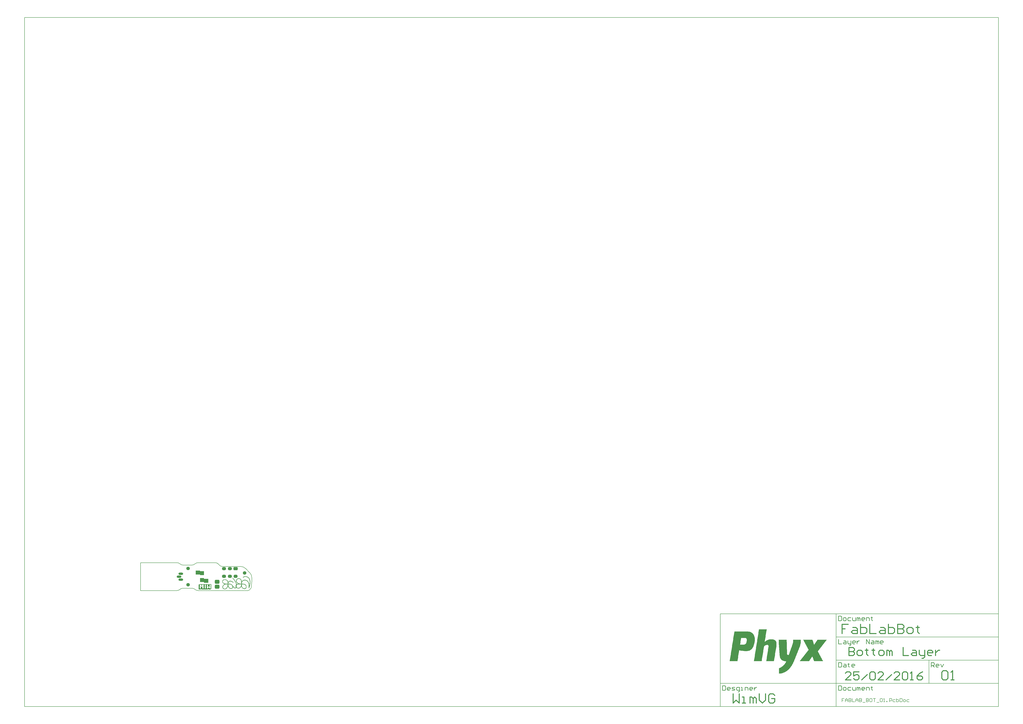
<source format=gbl>
G04 Layer_Physical_Order=2*
G04 Layer_Color=40191*
%FSLAX25Y25*%
%MOIN*%
G70*
G01*
G75*
%ADD12C,0.01575*%
%ADD13C,0.00787*%
%ADD14C,0.00984*%
%ADD15R,0.07264X0.06890*%
%ADD16R,0.07284X0.06890*%
G04:AMPARAMS|DCode=17|XSize=70.87mil|YSize=55.12mil|CornerRadius=13.78mil|HoleSize=0mil|Usage=FLASHONLY|Rotation=180.000|XOffset=0mil|YOffset=0mil|HoleType=Round|Shape=RoundedRectangle|*
%AMROUNDEDRECTD17*
21,1,0.07087,0.02756,0,0,180.0*
21,1,0.04331,0.05512,0,0,180.0*
1,1,0.02756,-0.02165,0.01378*
1,1,0.02756,0.02165,0.01378*
1,1,0.02756,0.02165,-0.01378*
1,1,0.02756,-0.02165,-0.01378*
%
%ADD17ROUNDEDRECTD17*%
%ADD18O,0.07087X0.05512*%
%ADD19O,0.07874X0.03937*%
%ADD20O,0.07874X0.03937*%
%ADD21R,0.06890X0.06890*%
%ADD22C,0.05906*%
G04:AMPARAMS|DCode=23|XSize=78.74mil|YSize=68.9mil|CornerRadius=17.22mil|HoleSize=0mil|Usage=FLASHONLY|Rotation=0.000|XOffset=0mil|YOffset=0mil|HoleType=Round|Shape=RoundedRectangle|*
%AMROUNDEDRECTD23*
21,1,0.07874,0.03445,0,0,0.0*
21,1,0.04429,0.06890,0,0,0.0*
1,1,0.03445,0.02215,-0.01722*
1,1,0.03445,-0.02215,-0.01722*
1,1,0.03445,-0.02215,0.01722*
1,1,0.03445,0.02215,0.01722*
%
%ADD23ROUNDEDRECTD23*%
G36*
X178116Y24218D02*
X178911D01*
Y24138D01*
X179389D01*
Y24059D01*
X179707D01*
Y23979D01*
X180025D01*
Y23900D01*
X180263D01*
Y23820D01*
X180502D01*
Y23741D01*
X180741D01*
Y23661D01*
X180979D01*
Y23582D01*
X181218D01*
Y23502D01*
X181377D01*
Y23423D01*
X181536D01*
Y23343D01*
X181775D01*
Y23264D01*
X181934D01*
Y23184D01*
X182013D01*
Y23104D01*
X182172D01*
Y23025D01*
X182331D01*
Y22945D01*
X182411D01*
Y22866D01*
X182570D01*
Y22786D01*
X182650D01*
Y22707D01*
X182808D01*
Y22627D01*
X182888D01*
Y22548D01*
X182968D01*
Y22468D01*
X183127D01*
Y22389D01*
X183206D01*
Y22309D01*
X183286D01*
Y22230D01*
X183365D01*
Y22150D01*
X183445D01*
Y22071D01*
X183604D01*
Y21991D01*
X183683D01*
Y21912D01*
X183763D01*
Y21832D01*
X183843D01*
Y21753D01*
X183922D01*
Y21673D01*
X184002D01*
Y21593D01*
X184081D01*
Y21514D01*
X184161D01*
Y21434D01*
Y21355D01*
X184240D01*
Y21275D01*
X184320D01*
Y21196D01*
X184399D01*
Y21116D01*
X184479D01*
Y21037D01*
X184558D01*
Y20957D01*
Y20878D01*
X184638D01*
Y20798D01*
X184717D01*
Y20719D01*
Y20639D01*
X184797D01*
Y20560D01*
X184876D01*
Y20480D01*
X184956D01*
Y20401D01*
Y20321D01*
X185035D01*
Y20241D01*
Y20162D01*
X185115D01*
Y20082D01*
Y20003D01*
X185195D01*
Y19923D01*
Y19844D01*
X185274D01*
Y19764D01*
Y19685D01*
X185354D01*
Y19605D01*
Y19526D01*
X185433D01*
Y19446D01*
Y19367D01*
X185513D01*
Y19287D01*
Y19207D01*
X185592D01*
Y19128D01*
Y19048D01*
Y18969D01*
X185672D01*
Y18889D01*
Y18810D01*
X185751D01*
Y18730D01*
Y18651D01*
Y18571D01*
X185831D01*
Y18492D01*
Y18412D01*
Y18333D01*
X185910D01*
Y18253D01*
Y18174D01*
Y18094D01*
Y18014D01*
X185990D01*
Y17935D01*
Y17855D01*
Y17776D01*
X186069D01*
Y17696D01*
Y17617D01*
Y17537D01*
Y17458D01*
Y17378D01*
X186149D01*
Y17299D01*
Y17219D01*
Y17140D01*
Y17060D01*
X186228D01*
Y16981D01*
Y16901D01*
Y16822D01*
Y16742D01*
Y16662D01*
X186308D01*
Y16583D01*
Y16503D01*
Y16424D01*
Y16344D01*
Y16265D01*
Y16185D01*
Y16106D01*
X186388D01*
Y16026D01*
Y15947D01*
Y15867D01*
Y15788D01*
Y15708D01*
Y15629D01*
Y15549D01*
Y15470D01*
X186467D01*
Y15390D01*
Y15310D01*
Y15231D01*
Y15151D01*
Y15072D01*
Y14992D01*
Y14913D01*
Y14833D01*
Y14754D01*
Y14674D01*
Y14595D01*
Y14515D01*
Y14436D01*
Y14356D01*
Y14277D01*
Y14197D01*
Y14117D01*
Y14038D01*
Y13958D01*
Y13879D01*
Y13799D01*
Y13720D01*
Y13640D01*
Y13561D01*
Y13481D01*
Y13402D01*
Y13322D01*
Y13243D01*
Y13163D01*
Y13083D01*
Y13004D01*
Y12924D01*
Y12845D01*
Y12765D01*
Y12686D01*
Y12606D01*
Y12527D01*
X186388D01*
Y12447D01*
Y12368D01*
Y12288D01*
Y12209D01*
Y12129D01*
Y12050D01*
Y11970D01*
Y11891D01*
Y11811D01*
X186308D01*
Y11732D01*
Y11652D01*
Y11572D01*
Y11493D01*
Y11413D01*
Y11334D01*
Y11254D01*
X186228D01*
Y11175D01*
Y11095D01*
Y11016D01*
Y10936D01*
Y10857D01*
Y10777D01*
X186149D01*
Y10698D01*
Y10618D01*
Y10538D01*
Y10459D01*
Y10379D01*
Y10300D01*
X186069D01*
Y10220D01*
Y10141D01*
Y10061D01*
Y9982D01*
Y9902D01*
Y9823D01*
X185990D01*
Y9743D01*
Y9664D01*
Y9584D01*
Y9505D01*
Y9425D01*
X185910D01*
Y9346D01*
Y9266D01*
Y9187D01*
Y9107D01*
Y9027D01*
X185831D01*
Y8948D01*
Y8868D01*
Y8789D01*
Y8709D01*
Y8630D01*
X185751D01*
Y8550D01*
Y8471D01*
Y8391D01*
Y8312D01*
X185672D01*
Y8232D01*
Y8153D01*
Y8073D01*
Y7993D01*
X185592D01*
Y7914D01*
Y7834D01*
Y7755D01*
Y7675D01*
X185513D01*
Y7596D01*
Y7516D01*
Y7437D01*
Y7357D01*
X185433D01*
Y7278D01*
Y7198D01*
Y7119D01*
X185354D01*
Y7039D01*
Y6960D01*
Y6880D01*
Y6801D01*
X185274D01*
Y6721D01*
Y6641D01*
Y6562D01*
Y6482D01*
X185195D01*
Y6403D01*
Y6323D01*
Y6244D01*
X185115D01*
Y6164D01*
Y6085D01*
Y6005D01*
Y5926D01*
X185035D01*
Y5846D01*
Y5767D01*
Y5687D01*
X184956D01*
Y5607D01*
Y5528D01*
Y5449D01*
X184876D01*
Y5369D01*
Y5289D01*
Y5210D01*
Y5130D01*
X184797D01*
Y5051D01*
Y4971D01*
Y4892D01*
X184717D01*
Y4812D01*
Y4733D01*
Y4653D01*
Y4574D01*
X184638D01*
Y4494D01*
Y4415D01*
Y4335D01*
X184558D01*
Y4256D01*
Y4176D01*
X184240D01*
Y4256D01*
X183922D01*
Y4335D01*
X183683D01*
Y4415D01*
Y4494D01*
Y4574D01*
Y4653D01*
Y4733D01*
Y4812D01*
Y4892D01*
Y4971D01*
X183763D01*
Y5051D01*
Y5130D01*
Y5210D01*
Y5289D01*
Y5369D01*
Y5449D01*
Y5528D01*
Y5607D01*
Y5687D01*
Y5767D01*
Y5846D01*
Y5926D01*
X183843D01*
Y6005D01*
Y6085D01*
Y6164D01*
Y6244D01*
Y6323D01*
Y6403D01*
Y6482D01*
Y6562D01*
Y6641D01*
Y6721D01*
Y6801D01*
Y6880D01*
Y6960D01*
Y7039D01*
Y7119D01*
Y7198D01*
Y7278D01*
Y7357D01*
Y7437D01*
Y7516D01*
Y7596D01*
Y7675D01*
Y7755D01*
Y7834D01*
Y7914D01*
Y7993D01*
Y8073D01*
Y8153D01*
X183763D01*
Y8232D01*
Y8312D01*
Y8391D01*
Y8471D01*
Y8550D01*
Y8630D01*
Y8709D01*
Y8789D01*
Y8868D01*
Y8948D01*
Y9027D01*
X183683D01*
Y9107D01*
Y9187D01*
Y9266D01*
Y9346D01*
Y9425D01*
Y9505D01*
Y9584D01*
Y9664D01*
Y9743D01*
Y9823D01*
X183604D01*
Y9902D01*
Y9982D01*
Y10061D01*
Y10141D01*
Y10220D01*
Y10300D01*
Y10379D01*
Y10459D01*
X183524D01*
Y10538D01*
Y10618D01*
Y10698D01*
Y10777D01*
Y10857D01*
Y10936D01*
Y11016D01*
X183445D01*
Y11095D01*
Y11175D01*
Y11254D01*
Y11334D01*
Y11413D01*
Y11493D01*
X183365D01*
Y11572D01*
Y11652D01*
Y11732D01*
Y11811D01*
Y11891D01*
X183286D01*
Y11970D01*
Y12050D01*
Y12129D01*
Y12209D01*
X183206D01*
Y12288D01*
Y12368D01*
Y12447D01*
Y12527D01*
X183127D01*
Y12606D01*
Y12686D01*
Y12765D01*
X183047D01*
Y12845D01*
Y12924D01*
X182968D01*
Y13004D01*
Y13083D01*
Y13163D01*
X182888D01*
Y13243D01*
Y13322D01*
X182808D01*
Y13402D01*
Y13481D01*
X182729D01*
Y13561D01*
Y13640D01*
X182650D01*
Y13720D01*
Y13799D01*
X182570D01*
Y13879D01*
X182490D01*
Y13958D01*
Y14038D01*
X182411D01*
Y14117D01*
Y14197D01*
X182331D01*
Y14277D01*
X182252D01*
Y14356D01*
X182172D01*
Y14436D01*
Y14515D01*
X182093D01*
Y14595D01*
X182013D01*
Y14674D01*
X181934D01*
Y14754D01*
Y14833D01*
X181854D01*
Y14913D01*
X181775D01*
Y14992D01*
X181695D01*
Y15072D01*
X181616D01*
Y15151D01*
X181536D01*
Y15231D01*
Y15310D01*
X181456D01*
Y15390D01*
X181377D01*
Y15470D01*
X181297D01*
Y15549D01*
X181218D01*
Y15629D01*
X181138D01*
Y15708D01*
X181059D01*
Y15788D01*
X180979D01*
Y15867D01*
X180820D01*
Y15947D01*
X180741D01*
Y16026D01*
X180661D01*
Y16106D01*
X180582D01*
Y16185D01*
X180502D01*
Y16265D01*
X180343D01*
Y16344D01*
X180263D01*
Y16424D01*
X180104D01*
Y16503D01*
X180025D01*
Y16583D01*
X179866D01*
Y16662D01*
X179707D01*
Y16742D01*
X179548D01*
Y16822D01*
X179389D01*
Y16901D01*
X179150D01*
Y16981D01*
X178911D01*
Y17060D01*
X178673D01*
Y17140D01*
X178275D01*
Y17219D01*
X177639D01*
Y17299D01*
X176525D01*
Y17219D01*
X175969D01*
Y17140D01*
X175651D01*
Y17060D01*
X175412D01*
Y16981D01*
X175173D01*
Y16901D01*
X175014D01*
Y16822D01*
X174855D01*
Y16742D01*
X174696D01*
Y16662D01*
X174617D01*
Y16583D01*
X174458D01*
Y16503D01*
X174299D01*
Y16424D01*
X174219D01*
Y16344D01*
X174060D01*
Y16265D01*
X173980D01*
Y16185D01*
X173901D01*
Y16106D01*
X173742D01*
Y16026D01*
X173662D01*
Y15947D01*
X173583D01*
Y15867D01*
X173503D01*
Y15788D01*
X173424D01*
Y15708D01*
X173344D01*
Y15629D01*
X173265D01*
Y15549D01*
Y15470D01*
X173185D01*
Y15390D01*
X173106D01*
Y15310D01*
X173026D01*
Y15231D01*
Y15151D01*
X172947D01*
Y15072D01*
X172867D01*
Y14992D01*
Y14913D01*
X172787D01*
Y14833D01*
Y14754D01*
X172708D01*
Y14674D01*
Y14595D01*
X172628D01*
Y14515D01*
Y14436D01*
X172549D01*
Y14356D01*
Y14277D01*
X172469D01*
Y14197D01*
Y14117D01*
Y14038D01*
X172390D01*
Y13958D01*
Y13879D01*
Y13799D01*
X172310D01*
Y13720D01*
Y13640D01*
Y13561D01*
Y13481D01*
X172231D01*
Y13402D01*
Y13322D01*
Y13243D01*
Y13163D01*
X172151D01*
Y13083D01*
Y13004D01*
Y12924D01*
Y12845D01*
Y12765D01*
X172072D01*
Y12686D01*
Y12606D01*
Y12527D01*
Y12447D01*
Y12368D01*
Y12288D01*
X171992D01*
Y12209D01*
Y12129D01*
Y12050D01*
Y11970D01*
Y11891D01*
Y11811D01*
Y11732D01*
X171913D01*
Y11652D01*
Y11572D01*
Y11493D01*
X174219D01*
Y11413D01*
X174855D01*
Y11334D01*
X175332D01*
Y11254D01*
X175730D01*
Y11175D01*
X176128D01*
Y11095D01*
X176366D01*
Y11016D01*
X176605D01*
Y10936D01*
X176844D01*
Y10857D01*
X177082D01*
Y10777D01*
X177241D01*
Y10698D01*
X177400D01*
Y10618D01*
X177559D01*
Y10538D01*
X177718D01*
Y10459D01*
X177878D01*
Y10379D01*
X178037D01*
Y10300D01*
X178116D01*
Y10220D01*
X178275D01*
Y10141D01*
X178355D01*
Y10061D01*
X178434D01*
Y9982D01*
X178514D01*
Y9902D01*
X178593D01*
Y9823D01*
X178673D01*
Y9743D01*
X178752D01*
Y9664D01*
X178832D01*
Y9584D01*
X178911D01*
Y9505D01*
Y9425D01*
X178991D01*
Y9346D01*
X179071D01*
Y9266D01*
Y9187D01*
X179150D01*
Y9107D01*
X179230D01*
Y9027D01*
Y8948D01*
X179309D01*
Y8868D01*
Y8789D01*
X179389D01*
Y8709D01*
Y8630D01*
X179468D01*
Y8550D01*
Y8471D01*
Y8391D01*
X179548D01*
Y8312D01*
Y8232D01*
Y8153D01*
X179627D01*
Y8073D01*
Y7993D01*
Y7914D01*
X179707D01*
Y7834D01*
Y7755D01*
Y7675D01*
X179786D01*
Y7596D01*
Y7516D01*
Y7437D01*
Y7357D01*
Y7278D01*
X179866D01*
Y7198D01*
Y7119D01*
Y7039D01*
Y6960D01*
Y6880D01*
Y6801D01*
Y6721D01*
Y6641D01*
Y6562D01*
Y6482D01*
Y6403D01*
Y6323D01*
Y6244D01*
Y6164D01*
Y6085D01*
Y6005D01*
Y5926D01*
Y5846D01*
Y5767D01*
Y5687D01*
X179786D01*
Y5607D01*
Y5528D01*
Y5449D01*
Y5369D01*
Y5289D01*
Y5210D01*
X179707D01*
Y5130D01*
Y5051D01*
Y4971D01*
Y4892D01*
X179627D01*
Y4812D01*
Y4733D01*
Y4653D01*
X179548D01*
Y4574D01*
Y4494D01*
Y4415D01*
X179468D01*
Y4335D01*
Y4256D01*
X179389D01*
Y4176D01*
Y4096D01*
X179309D01*
Y4017D01*
X179230D01*
Y3937D01*
Y3858D01*
X179150D01*
Y3778D01*
X179071D01*
Y3699D01*
X178991D01*
Y3619D01*
X178911D01*
Y3540D01*
Y3460D01*
X178832D01*
Y3381D01*
X178752D01*
Y3301D01*
X178593D01*
Y3222D01*
X178514D01*
Y3142D01*
X178434D01*
Y3063D01*
X178275D01*
Y2983D01*
X178116D01*
Y2904D01*
X177957D01*
Y2824D01*
X177718D01*
Y2744D01*
X177400D01*
Y2665D01*
X176764D01*
Y2585D01*
X176366D01*
Y2665D01*
X175730D01*
Y2744D01*
X175332D01*
Y2824D01*
X175014D01*
Y2904D01*
X174776D01*
Y2983D01*
X174617D01*
Y3063D01*
X174378D01*
Y3142D01*
X174219D01*
Y3222D01*
X174060D01*
Y3301D01*
X173901D01*
Y3381D01*
X173742D01*
Y3460D01*
X173662D01*
Y3540D01*
X173503D01*
Y3619D01*
X173424D01*
Y3699D01*
X173265D01*
Y3778D01*
X173185D01*
Y3858D01*
X173106D01*
Y3937D01*
X173026D01*
Y4017D01*
X172947D01*
Y4096D01*
X172867D01*
Y4176D01*
X172708D01*
Y4256D01*
X172628D01*
Y4335D01*
Y4415D01*
X172549D01*
Y4494D01*
X172469D01*
Y4574D01*
X172390D01*
Y4653D01*
X172310D01*
Y4733D01*
X172231D01*
Y4812D01*
Y4892D01*
X172151D01*
Y4971D01*
X172072D01*
Y5051D01*
X171992D01*
Y5130D01*
Y5210D01*
X171913D01*
Y5289D01*
Y5369D01*
X171833D01*
Y5449D01*
Y5528D01*
X171754D01*
Y5607D01*
Y5687D01*
X171674D01*
Y5767D01*
Y5846D01*
X171595D01*
Y5926D01*
Y6005D01*
Y6085D01*
X171515D01*
Y6164D01*
Y6244D01*
Y6323D01*
X171435D01*
Y6403D01*
Y6482D01*
Y6562D01*
Y6641D01*
X171356D01*
Y6721D01*
Y6801D01*
Y6880D01*
Y6960D01*
X171276D01*
Y7039D01*
Y7119D01*
X171197D01*
Y7039D01*
X171117D01*
Y6960D01*
X171038D01*
Y6880D01*
Y6801D01*
X170958D01*
Y6721D01*
Y6641D01*
X170879D01*
Y6562D01*
Y6482D01*
X170799D01*
Y6403D01*
X170720D01*
Y6323D01*
Y6244D01*
X170640D01*
Y6164D01*
X170561D01*
Y6085D01*
Y6005D01*
X170481D01*
Y5926D01*
X170402D01*
Y5846D01*
Y5767D01*
X170322D01*
Y5687D01*
X170243D01*
Y5607D01*
X170163D01*
Y5528D01*
Y5449D01*
X170083D01*
Y5369D01*
X170004D01*
Y5289D01*
X169924D01*
Y5210D01*
X169845D01*
Y5130D01*
X169765D01*
Y5051D01*
X169686D01*
Y4971D01*
X169606D01*
Y4892D01*
X169527D01*
Y4812D01*
X169447D01*
Y4733D01*
X169368D01*
Y4653D01*
X169209D01*
Y4574D01*
X169129D01*
Y4494D01*
X169050D01*
Y4415D01*
X168891D01*
Y4335D01*
X168811D01*
Y4256D01*
X168652D01*
Y4176D01*
X168572D01*
Y4096D01*
X168413D01*
Y4017D01*
X168254D01*
Y3937D01*
X168175D01*
Y3858D01*
X168016D01*
Y3778D01*
X167777D01*
Y3699D01*
X167538D01*
Y3619D01*
X167220D01*
Y3540D01*
X166664D01*
Y3460D01*
X165630D01*
Y3540D01*
X165153D01*
Y3619D01*
X164914D01*
Y3699D01*
X164675D01*
Y3778D01*
X164437D01*
Y3858D01*
X164198D01*
Y3937D01*
X164039D01*
Y4017D01*
X163800D01*
Y4096D01*
X163641D01*
Y4176D01*
X163482D01*
Y4256D01*
X163323D01*
Y4335D01*
X163244D01*
Y4415D01*
X163085D01*
Y4494D01*
X163005D01*
Y4574D01*
X162846D01*
Y4653D01*
X162767D01*
Y4733D01*
X162608D01*
Y4653D01*
X162528D01*
Y4574D01*
X162448D01*
Y4494D01*
X162369D01*
Y4415D01*
X162289D01*
Y4335D01*
X162130D01*
Y4256D01*
X162051D01*
Y4176D01*
X161892D01*
Y4096D01*
X161812D01*
Y4017D01*
X161574D01*
Y3937D01*
X161415D01*
Y3858D01*
X160937D01*
Y3778D01*
X160540D01*
Y3858D01*
X159824D01*
Y3937D01*
X159506D01*
Y4017D01*
X159267D01*
Y4096D01*
X159108D01*
Y4176D01*
X158949D01*
Y4256D01*
X158870D01*
Y4335D01*
X158710D01*
Y4415D01*
X158631D01*
Y4494D01*
X158472D01*
Y4574D01*
X158392D01*
Y4653D01*
X158313D01*
Y4733D01*
X158233D01*
Y4812D01*
X158074D01*
Y4892D01*
X157995D01*
Y4971D01*
X157915D01*
Y5051D01*
X157836D01*
Y5130D01*
X157756D01*
Y5210D01*
X157676D01*
Y5289D01*
Y5369D01*
X157597D01*
Y5449D01*
X157517D01*
Y5528D01*
X157438D01*
Y5607D01*
X157358D01*
Y5687D01*
X157279D01*
Y5767D01*
Y5846D01*
X157199D01*
Y5926D01*
X157120D01*
Y6005D01*
Y6085D01*
X157040D01*
Y6005D01*
Y5926D01*
X156961D01*
Y5846D01*
Y5767D01*
Y5687D01*
Y5607D01*
Y5528D01*
Y5449D01*
Y5369D01*
Y5289D01*
X156881D01*
Y5210D01*
Y5130D01*
Y5051D01*
Y4971D01*
X156802D01*
Y4892D01*
Y4812D01*
Y4733D01*
X156722D01*
Y4653D01*
Y4574D01*
X156643D01*
Y4494D01*
Y4415D01*
X156563D01*
Y4335D01*
Y4256D01*
X156483D01*
Y4176D01*
X156404D01*
Y4096D01*
X156325D01*
Y4017D01*
X156245D01*
Y3937D01*
X156165D01*
Y3858D01*
X156086D01*
Y3778D01*
X155927D01*
Y3699D01*
X155847D01*
Y3619D01*
X155768D01*
Y3540D01*
X155609D01*
Y3460D01*
X155450D01*
Y3381D01*
X155290D01*
Y3301D01*
X155131D01*
Y3222D01*
X154972D01*
Y3142D01*
X154734D01*
Y3063D01*
X154416D01*
Y2983D01*
X153620D01*
Y2904D01*
X153541D01*
Y2983D01*
X152825D01*
Y3063D01*
X152507D01*
Y3142D01*
X152189D01*
Y3222D01*
X151950D01*
Y3301D01*
X151791D01*
Y3381D01*
X151552D01*
Y3460D01*
X151393D01*
Y3540D01*
X151234D01*
Y3619D01*
X151075D01*
Y3699D01*
X150996D01*
Y3778D01*
X150837D01*
Y3858D01*
X150678D01*
Y3937D01*
X150598D01*
Y4017D01*
X150519D01*
Y4096D01*
X150360D01*
Y4176D01*
X150280D01*
Y4256D01*
X150200D01*
Y4335D01*
X150121D01*
Y4415D01*
X150041D01*
Y4494D01*
X149962D01*
Y4574D01*
Y4653D01*
X149882D01*
Y4733D01*
X149803D01*
Y4812D01*
X149723D01*
Y4892D01*
Y4971D01*
X149644D01*
Y5051D01*
X149564D01*
Y5130D01*
Y5210D01*
X149485D01*
Y5289D01*
Y5369D01*
X149405D01*
Y5449D01*
Y5528D01*
X149326D01*
Y5607D01*
X149246D01*
Y5687D01*
Y5767D01*
X149167D01*
Y5846D01*
Y5926D01*
Y6005D01*
X149087D01*
Y6085D01*
Y6164D01*
X149007D01*
Y6244D01*
Y6323D01*
X148928D01*
Y6403D01*
Y6482D01*
X148848D01*
Y6562D01*
Y6641D01*
Y6721D01*
X148769D01*
Y6801D01*
Y6880D01*
Y6960D01*
X148689D01*
Y7039D01*
Y7119D01*
Y7198D01*
X148610D01*
Y7278D01*
Y7357D01*
X148530D01*
Y7437D01*
X148451D01*
Y7357D01*
Y7278D01*
Y7198D01*
Y7119D01*
X148371D01*
Y7039D01*
Y6960D01*
Y6880D01*
X148292D01*
Y6801D01*
Y6721D01*
Y6641D01*
X148212D01*
Y6562D01*
Y6482D01*
Y6403D01*
X148133D01*
Y6323D01*
Y6244D01*
X148053D01*
Y6164D01*
Y6085D01*
X147974D01*
Y6005D01*
Y5926D01*
Y5846D01*
X147894D01*
Y5767D01*
Y5687D01*
X147815D01*
Y5607D01*
Y5528D01*
X147735D01*
Y5449D01*
Y5369D01*
X147655D01*
Y5289D01*
X147576D01*
Y5210D01*
Y5130D01*
X147496D01*
Y5051D01*
Y4971D01*
X147417D01*
Y4892D01*
X147337D01*
Y4812D01*
Y4733D01*
X147258D01*
Y4653D01*
X147178D01*
Y4574D01*
X147099D01*
Y4494D01*
Y4415D01*
X147019D01*
Y4335D01*
X146940D01*
Y4256D01*
X146860D01*
Y4176D01*
Y4096D01*
X146781D01*
Y4017D01*
X146701D01*
Y3937D01*
X146622D01*
Y3858D01*
X146542D01*
Y3778D01*
X146463D01*
Y3699D01*
X146383D01*
Y3619D01*
X146303D01*
Y3540D01*
X146224D01*
Y3460D01*
X146144D01*
Y3381D01*
X146065D01*
Y3301D01*
X145985D01*
Y3222D01*
X145906D01*
Y3142D01*
X145747D01*
Y3063D01*
X145667D01*
Y2983D01*
X145588D01*
Y2904D01*
X145429D01*
Y2824D01*
X145349D01*
Y2744D01*
X145190D01*
Y2665D01*
X145031D01*
Y2585D01*
X144951D01*
Y2506D01*
X144792D01*
Y2426D01*
X144554D01*
Y2347D01*
X144395D01*
Y2267D01*
X144156D01*
Y2188D01*
X143918D01*
Y2108D01*
X143520D01*
Y2029D01*
X142406D01*
Y2108D01*
X142088D01*
Y2188D01*
X141850D01*
Y2267D01*
X141611D01*
Y2347D01*
X141452D01*
Y2426D01*
X141293D01*
Y2506D01*
X141134D01*
Y2585D01*
X140975D01*
Y2665D01*
X140816D01*
Y2744D01*
X140736D01*
Y2824D01*
X140577D01*
Y2904D01*
X140498D01*
Y2983D01*
X140418D01*
Y3063D01*
X140339D01*
Y3142D01*
X140259D01*
Y3222D01*
X140180D01*
Y3301D01*
X140100D01*
Y3381D01*
X140020D01*
Y3460D01*
X139941D01*
Y3540D01*
Y3619D01*
X139861D01*
Y3699D01*
X139782D01*
Y3778D01*
Y3858D01*
X139702D01*
Y3937D01*
X139623D01*
Y4017D01*
Y4096D01*
X139543D01*
Y4176D01*
Y4256D01*
X139464D01*
Y4335D01*
Y4415D01*
Y4494D01*
X139384D01*
Y4574D01*
Y4653D01*
Y4733D01*
X139305D01*
Y4812D01*
Y4892D01*
Y4971D01*
Y5051D01*
Y5130D01*
X139225D01*
Y5210D01*
Y5289D01*
Y5369D01*
Y5449D01*
Y5528D01*
Y5607D01*
Y5687D01*
Y5767D01*
Y5846D01*
Y5926D01*
Y6005D01*
Y6085D01*
Y6164D01*
Y6244D01*
Y6323D01*
Y6403D01*
Y6482D01*
Y6562D01*
Y6641D01*
Y6721D01*
X139305D01*
Y6801D01*
Y6880D01*
Y6960D01*
Y7039D01*
Y7119D01*
X139384D01*
Y7198D01*
Y7278D01*
Y7357D01*
X139464D01*
Y7437D01*
Y7516D01*
Y7596D01*
X139543D01*
Y7675D01*
Y7755D01*
X139623D01*
Y7834D01*
Y7914D01*
Y7993D01*
X139702D01*
Y8073D01*
Y8153D01*
X139782D01*
Y8232D01*
Y8312D01*
X139861D01*
Y8391D01*
Y8471D01*
X139941D01*
Y8550D01*
X140020D01*
Y8630D01*
Y8709D01*
X140100D01*
Y8789D01*
X140180D01*
Y8868D01*
X140259D01*
Y8948D01*
Y9027D01*
X140339D01*
Y9107D01*
X140418D01*
Y9187D01*
X140498D01*
Y9266D01*
X140577D01*
Y9346D01*
X140657D01*
Y9425D01*
X140736D01*
Y9505D01*
X140816D01*
Y9584D01*
X140895D01*
Y9664D01*
X140975D01*
Y9743D01*
X141134D01*
Y9823D01*
X141213D01*
Y9902D01*
X141293D01*
Y9982D01*
X141373D01*
Y10061D01*
X141532D01*
Y10141D01*
X141611D01*
Y10220D01*
X141770D01*
Y10300D01*
X141850D01*
Y10379D01*
X142009D01*
Y10459D01*
X142088D01*
Y10538D01*
X142247D01*
Y10618D01*
X142406D01*
Y10698D01*
X142566D01*
Y10777D01*
X142725D01*
Y10857D01*
X142884D01*
Y10936D01*
Y11016D01*
X142645D01*
Y11095D01*
X142327D01*
Y11175D01*
X142088D01*
Y11254D01*
X141850D01*
Y11334D01*
X141691D01*
Y11413D01*
X141532D01*
Y11493D01*
X141373D01*
Y11572D01*
X141213D01*
Y11652D01*
X141054D01*
Y11732D01*
X140975D01*
Y11811D01*
X140816D01*
Y11891D01*
X140736D01*
Y11970D01*
X140657D01*
Y12050D01*
X140498D01*
Y12129D01*
X140418D01*
Y12209D01*
X140339D01*
Y12288D01*
X140259D01*
Y12368D01*
X140180D01*
Y12447D01*
X140100D01*
Y12527D01*
X140020D01*
Y12606D01*
X139941D01*
Y12686D01*
X139861D01*
Y12765D01*
X139782D01*
Y12845D01*
X139702D01*
Y12924D01*
X139623D01*
Y13004D01*
X139543D01*
Y13083D01*
Y13163D01*
X139464D01*
Y13243D01*
X139384D01*
Y13322D01*
Y13402D01*
X139305D01*
Y13481D01*
X139225D01*
Y13561D01*
Y13640D01*
X139146D01*
Y13720D01*
Y13799D01*
Y13879D01*
X139066D01*
Y13958D01*
Y14038D01*
X138987D01*
Y14117D01*
Y14197D01*
Y14277D01*
Y14356D01*
X138907D01*
Y14436D01*
Y14515D01*
Y14595D01*
Y14674D01*
Y14754D01*
Y14833D01*
Y14913D01*
Y14992D01*
Y15072D01*
Y15151D01*
Y15231D01*
Y15310D01*
Y15390D01*
Y15470D01*
Y15549D01*
Y15629D01*
Y15708D01*
Y15788D01*
Y15867D01*
X138987D01*
Y15947D01*
Y16026D01*
Y16106D01*
Y16185D01*
Y16265D01*
X139066D01*
Y16344D01*
Y16424D01*
Y16503D01*
X139146D01*
Y16583D01*
Y16662D01*
Y16742D01*
X139225D01*
Y16822D01*
Y16901D01*
Y16981D01*
X139305D01*
Y17060D01*
Y17140D01*
X139384D01*
Y17219D01*
X139464D01*
Y17299D01*
Y17378D01*
X139543D01*
Y17458D01*
X139623D01*
Y17537D01*
Y17617D01*
X139702D01*
Y17696D01*
X139782D01*
Y17776D01*
X139861D01*
Y17855D01*
X139941D01*
Y17935D01*
X140020D01*
Y18014D01*
X140100D01*
Y18094D01*
X140180D01*
Y18174D01*
X140339D01*
Y18253D01*
X140418D01*
Y18333D01*
X140577D01*
Y18412D01*
X140657D01*
Y18492D01*
X140816D01*
Y18571D01*
X140975D01*
Y18651D01*
X141134D01*
Y18730D01*
X141373D01*
Y18810D01*
X141611D01*
Y18889D01*
X141929D01*
Y18969D01*
X142645D01*
Y19048D01*
X142884D01*
Y18969D01*
X143758D01*
Y18889D01*
X144236D01*
Y18810D01*
X144633D01*
Y18730D01*
X144951D01*
Y18651D01*
X145190D01*
Y18571D01*
X145429D01*
Y18492D01*
X145667D01*
Y18412D01*
X145826D01*
Y18333D01*
X145985D01*
Y18253D01*
X146144D01*
Y18174D01*
X146303D01*
Y18094D01*
X146383D01*
Y18014D01*
X146542D01*
Y17935D01*
X146622D01*
Y17855D01*
X146781D01*
Y17776D01*
X146860D01*
Y17696D01*
X146940D01*
Y17617D01*
X147099D01*
Y17537D01*
X147178D01*
Y17458D01*
X147258D01*
Y17378D01*
X147337D01*
Y17299D01*
X147417D01*
Y17219D01*
X147496D01*
Y17140D01*
X147576D01*
Y17060D01*
X147655D01*
Y16981D01*
X147735D01*
Y16901D01*
Y16822D01*
X147815D01*
Y16742D01*
X147894D01*
Y16662D01*
X147974D01*
Y16583D01*
Y16503D01*
X148053D01*
Y16424D01*
X148133D01*
Y16344D01*
Y16265D01*
X148212D01*
Y16185D01*
Y16106D01*
X148292D01*
Y16026D01*
Y15947D01*
X148371D01*
Y15867D01*
Y15788D01*
X148451D01*
Y15708D01*
Y15629D01*
Y15549D01*
X148530D01*
Y15470D01*
Y15390D01*
Y15310D01*
X148610D01*
Y15231D01*
Y15151D01*
Y15072D01*
Y14992D01*
X148689D01*
Y14913D01*
Y14833D01*
Y14754D01*
Y14674D01*
Y14595D01*
X148769D01*
Y14515D01*
Y14436D01*
Y14356D01*
X148928D01*
Y14436D01*
Y14515D01*
X149007D01*
Y14595D01*
X149087D01*
Y14674D01*
Y14754D01*
X149167D01*
Y14833D01*
X149246D01*
Y14913D01*
X149326D01*
Y14992D01*
X149405D01*
Y15072D01*
X149485D01*
Y15151D01*
X149564D01*
Y15231D01*
X149644D01*
Y15310D01*
X149723D01*
Y15390D01*
X149803D01*
Y15470D01*
X149882D01*
Y15549D01*
X149962D01*
Y15629D01*
X150121D01*
Y15708D01*
X150200D01*
Y15788D01*
X150280D01*
Y15867D01*
X150439D01*
Y15947D01*
X150598D01*
Y16026D01*
X150757D01*
Y16106D01*
X150996D01*
Y16185D01*
X151234D01*
Y16265D01*
X151552D01*
Y16344D01*
X152189D01*
Y16424D01*
X153064D01*
Y16344D01*
X153620D01*
Y16265D01*
X154018D01*
Y16185D01*
X154257D01*
Y16106D01*
X154495D01*
Y16026D01*
X154734D01*
Y15947D01*
X154893D01*
Y15867D01*
X155052D01*
Y15788D01*
X155211D01*
Y15708D01*
X155370D01*
Y15629D01*
X155529D01*
Y15549D01*
X155688D01*
Y15470D01*
X155768D01*
Y15390D01*
X155927D01*
Y15310D01*
X156006D01*
Y15231D01*
X156165D01*
Y15151D01*
X156245D01*
Y15072D01*
X156404D01*
Y14992D01*
X156483D01*
Y14913D01*
X156563D01*
Y14833D01*
X156722D01*
Y14754D01*
X156802D01*
Y14674D01*
X156881D01*
Y14595D01*
X156961D01*
Y14515D01*
X157040D01*
Y14436D01*
X157199D01*
Y14356D01*
X157279D01*
Y14277D01*
X157358D01*
Y14197D01*
X157438D01*
Y14117D01*
X157517D01*
Y14038D01*
X157597D01*
Y13958D01*
Y13879D01*
X157676D01*
Y13799D01*
X157756D01*
Y13720D01*
X157836D01*
Y13640D01*
X157915D01*
Y13561D01*
X157995D01*
Y13481D01*
X157915D01*
Y13402D01*
X157756D01*
Y13322D01*
X157676D01*
Y13243D01*
X157597D01*
Y13163D01*
X157517D01*
Y13083D01*
X157358D01*
Y13004D01*
X157199D01*
Y13083D01*
X157120D01*
Y13163D01*
X157040D01*
Y13243D01*
Y13322D01*
X156961D01*
Y13402D01*
X156881D01*
Y13481D01*
X156802D01*
Y13561D01*
X156722D01*
Y13640D01*
X156643D01*
Y13720D01*
X156563D01*
Y13799D01*
X156483D01*
Y13879D01*
X156325D01*
Y13958D01*
X156245D01*
Y14038D01*
X156165D01*
Y14117D01*
X156086D01*
Y14197D01*
X155927D01*
Y14277D01*
X155847D01*
Y14356D01*
X155768D01*
Y14436D01*
X155609D01*
Y14515D01*
X155529D01*
Y14595D01*
X155370D01*
Y14674D01*
X155290D01*
Y14754D01*
X155131D01*
Y14833D01*
X154972D01*
Y14913D01*
X154813D01*
Y14992D01*
X154654D01*
Y15072D01*
X154495D01*
Y15151D01*
X154336D01*
Y15231D01*
X154098D01*
Y15310D01*
X153859D01*
Y15390D01*
X153461D01*
Y15470D01*
X151791D01*
Y15390D01*
X151473D01*
Y15310D01*
X151155D01*
Y15231D01*
X150996D01*
Y15151D01*
X150837D01*
Y15072D01*
X150678D01*
Y14992D01*
X150598D01*
Y14913D01*
X150519D01*
Y14833D01*
X150439D01*
Y14754D01*
X150280D01*
Y14674D01*
X150200D01*
Y14595D01*
X150121D01*
Y14515D01*
X150041D01*
Y14436D01*
Y14356D01*
X149962D01*
Y14277D01*
X149882D01*
Y14197D01*
X149803D01*
Y14117D01*
X149723D01*
Y14038D01*
Y13958D01*
X149644D01*
Y13879D01*
X149564D01*
Y13799D01*
Y13720D01*
X149485D01*
Y13640D01*
X149405D01*
Y13561D01*
Y13481D01*
X149326D01*
Y13402D01*
Y13322D01*
X149246D01*
Y13243D01*
Y13163D01*
Y13083D01*
X149167D01*
Y13004D01*
Y12924D01*
Y12845D01*
X149087D01*
Y12765D01*
Y12686D01*
Y12606D01*
Y12527D01*
Y12447D01*
X149007D01*
Y12368D01*
Y12288D01*
Y12209D01*
Y12129D01*
Y12050D01*
Y11970D01*
Y11891D01*
X148928D01*
Y11811D01*
Y11732D01*
Y11652D01*
Y11572D01*
X149962D01*
Y11493D01*
X151473D01*
Y11413D01*
X152109D01*
Y11334D01*
X152507D01*
Y11254D01*
X152825D01*
Y11175D01*
X153064D01*
Y11095D01*
X153302D01*
Y11016D01*
X153541D01*
Y10936D01*
X153700D01*
Y10857D01*
X153859D01*
Y10777D01*
X154018D01*
Y10698D01*
X154177D01*
Y10618D01*
X154336D01*
Y10538D01*
X154495D01*
Y10459D01*
X154575D01*
Y10379D01*
X154734D01*
Y10300D01*
X154813D01*
Y10220D01*
X154893D01*
Y10141D01*
X155052D01*
Y10061D01*
X155131D01*
Y9982D01*
X155211D01*
Y9902D01*
X155290D01*
Y9823D01*
X155370D01*
Y9743D01*
X155450D01*
Y9664D01*
X155529D01*
Y9584D01*
X155609D01*
Y9505D01*
X155688D01*
Y9425D01*
X155768D01*
Y9346D01*
X155847D01*
Y9266D01*
X155927D01*
Y9187D01*
X156006D01*
Y9107D01*
X156086D01*
Y9027D01*
X156165D01*
Y8948D01*
X156245D01*
Y8868D01*
Y8789D01*
X156325D01*
Y8709D01*
X156404D01*
Y8630D01*
X156483D01*
Y8550D01*
X156563D01*
Y8471D01*
Y8391D01*
X156643D01*
Y8312D01*
X156722D01*
Y8232D01*
X156802D01*
Y8153D01*
X156881D01*
Y8073D01*
Y7993D01*
X156961D01*
Y7914D01*
X157040D01*
Y7834D01*
Y7755D01*
X157120D01*
Y7675D01*
X157199D01*
Y7596D01*
Y7516D01*
X157279D01*
Y7437D01*
X157358D01*
Y7357D01*
Y7278D01*
X157438D01*
Y7198D01*
X157517D01*
Y7119D01*
Y7039D01*
X157597D01*
Y6960D01*
Y6880D01*
X157676D01*
Y6801D01*
Y6721D01*
X157756D01*
Y6641D01*
Y6562D01*
X157836D01*
Y6482D01*
X157915D01*
Y6403D01*
Y6323D01*
X157995D01*
Y6244D01*
X158074D01*
Y6164D01*
X158154D01*
Y6085D01*
X158233D01*
Y6005D01*
Y5926D01*
X158313D01*
Y5846D01*
X158392D01*
Y5767D01*
X158472D01*
Y5687D01*
X158551D01*
Y5607D01*
X158631D01*
Y5528D01*
X158710D01*
Y5449D01*
X158790D01*
Y5369D01*
X158870D01*
Y5289D01*
X159028D01*
Y5210D01*
X159108D01*
Y5130D01*
X159267D01*
Y5051D01*
X159347D01*
Y4971D01*
X159506D01*
Y4892D01*
X159665D01*
Y4812D01*
X159983D01*
Y4733D01*
X161176D01*
Y4812D01*
X161415D01*
Y4892D01*
X161494D01*
Y4971D01*
X161653D01*
Y5051D01*
X161733D01*
Y5130D01*
X161812D01*
Y5210D01*
X161892D01*
Y5289D01*
X161971D01*
Y5369D01*
Y5449D01*
Y5528D01*
X161892D01*
Y5607D01*
X161812D01*
Y5687D01*
Y5767D01*
X161733D01*
Y5846D01*
X161653D01*
Y5926D01*
Y6005D01*
X161574D01*
Y6085D01*
Y6164D01*
X161494D01*
Y6244D01*
Y6323D01*
Y6403D01*
X161415D01*
Y6482D01*
Y6562D01*
Y6641D01*
X161335D01*
Y6721D01*
Y6801D01*
Y6880D01*
X161255D01*
Y6960D01*
Y7039D01*
Y7119D01*
Y7198D01*
Y7278D01*
Y7357D01*
Y7437D01*
Y7516D01*
X161176D01*
Y7596D01*
X161255D01*
Y7675D01*
Y7755D01*
Y7834D01*
Y7914D01*
Y7993D01*
Y8073D01*
Y8153D01*
Y8232D01*
X161335D01*
Y8312D01*
Y8391D01*
Y8471D01*
Y8550D01*
X161415D01*
Y8630D01*
Y8709D01*
X161494D01*
Y8789D01*
Y8868D01*
Y8948D01*
X161574D01*
Y9027D01*
Y9107D01*
X161653D01*
Y9187D01*
X161733D01*
Y9266D01*
Y9346D01*
X161812D01*
Y9425D01*
X161892D01*
Y9505D01*
X161971D01*
Y9584D01*
X162051D01*
Y9664D01*
X162130D01*
Y9743D01*
X162210D01*
Y9823D01*
X162289D01*
Y9902D01*
X162369D01*
Y9982D01*
X162448D01*
Y10061D01*
Y10141D01*
Y10220D01*
Y10300D01*
Y10379D01*
Y10459D01*
X162369D01*
Y10538D01*
Y10618D01*
Y10698D01*
Y10777D01*
Y10857D01*
X162289D01*
Y10936D01*
Y11016D01*
Y11095D01*
X162210D01*
Y11175D01*
Y11254D01*
Y11334D01*
Y11413D01*
X162130D01*
Y11493D01*
Y11572D01*
Y11652D01*
X162051D01*
Y11732D01*
Y11811D01*
Y11891D01*
X161971D01*
Y11970D01*
Y12050D01*
Y12129D01*
X161892D01*
Y12209D01*
Y12288D01*
X161812D01*
Y12368D01*
Y12447D01*
Y12527D01*
X161733D01*
Y12606D01*
Y12686D01*
X161653D01*
Y12765D01*
Y12845D01*
X161574D01*
Y12924D01*
Y13004D01*
X161494D01*
Y13083D01*
Y13163D01*
Y13243D01*
X161415D01*
Y13322D01*
Y13402D01*
X161335D01*
Y13481D01*
Y13561D01*
X161255D01*
Y13640D01*
Y13720D01*
X161176D01*
Y13799D01*
Y13879D01*
X161096D01*
Y13958D01*
Y14038D01*
X161017D01*
Y14117D01*
Y14197D01*
X160937D01*
Y14277D01*
Y14356D01*
X160858D01*
Y14436D01*
Y14515D01*
X160778D01*
Y14595D01*
Y14674D01*
X160699D01*
Y14754D01*
Y14833D01*
X160619D01*
Y14913D01*
Y14992D01*
X160540D01*
Y15072D01*
Y15151D01*
X160460D01*
Y15231D01*
Y15310D01*
X160381D01*
Y15390D01*
Y15470D01*
X160301D01*
Y15549D01*
Y15629D01*
X160222D01*
Y15708D01*
X160142D01*
Y15788D01*
Y15867D01*
X160062D01*
Y15947D01*
Y16026D01*
X159983D01*
Y16106D01*
X159903D01*
Y16185D01*
Y16265D01*
X159824D01*
Y16344D01*
Y16424D01*
X159744D01*
Y16503D01*
X159665D01*
Y16583D01*
Y16662D01*
X159585D01*
Y16742D01*
X159506D01*
Y16822D01*
Y16901D01*
X159426D01*
Y16981D01*
X159347D01*
Y17060D01*
Y17140D01*
X159267D01*
Y17219D01*
X159188D01*
Y17299D01*
Y17378D01*
X159108D01*
Y17458D01*
X159028D01*
Y17537D01*
Y17617D01*
X158949D01*
Y17696D01*
X158870D01*
Y17776D01*
X158790D01*
Y17855D01*
Y17935D01*
X158710D01*
Y18014D01*
X158631D01*
Y18094D01*
X158551D01*
Y18174D01*
X158472D01*
Y18253D01*
Y18333D01*
X158392D01*
Y18412D01*
X158313D01*
Y18492D01*
X158233D01*
Y18571D01*
X158154D01*
Y18651D01*
Y18730D01*
X158074D01*
Y18810D01*
X157995D01*
Y18889D01*
X157915D01*
Y18969D01*
X157836D01*
Y19048D01*
X157756D01*
Y19128D01*
Y19207D01*
X157676D01*
Y19287D01*
X157597D01*
Y19367D01*
X157517D01*
Y19446D01*
X157438D01*
Y19526D01*
X157358D01*
Y19605D01*
X157279D01*
Y19685D01*
X157199D01*
Y19764D01*
X157120D01*
Y19844D01*
X157040D01*
Y19923D01*
X156961D01*
Y20003D01*
X156881D01*
Y20082D01*
X156802D01*
Y20162D01*
X156722D01*
Y20241D01*
X156643D01*
Y20321D01*
X156563D01*
Y20401D01*
X156483D01*
Y20480D01*
X156404D01*
Y20560D01*
X156325D01*
Y20639D01*
X156245D01*
Y20719D01*
X156165D01*
Y20798D01*
X156086D01*
Y20878D01*
X156006D01*
Y20957D01*
X155927D01*
Y21037D01*
X156006D01*
Y21116D01*
X156086D01*
Y21196D01*
Y21275D01*
X156165D01*
Y21355D01*
X156245D01*
Y21434D01*
X156325D01*
Y21514D01*
X156404D01*
Y21593D01*
X156563D01*
Y21514D01*
X156643D01*
Y21434D01*
X156722D01*
Y21355D01*
X156802D01*
Y21275D01*
X156961D01*
Y21196D01*
X157040D01*
Y21116D01*
X157120D01*
Y21037D01*
X157199D01*
Y20957D01*
X157279D01*
Y20878D01*
X157358D01*
Y20798D01*
X157438D01*
Y20719D01*
X157517D01*
Y20639D01*
X157597D01*
Y20560D01*
X157676D01*
Y20480D01*
X157756D01*
Y20401D01*
X157836D01*
Y20321D01*
X157915D01*
Y20241D01*
X157995D01*
Y20162D01*
X158074D01*
Y20082D01*
X158154D01*
Y20003D01*
X158233D01*
Y19923D01*
Y19844D01*
X158313D01*
Y19764D01*
X158392D01*
Y19685D01*
X158472D01*
Y19605D01*
X158551D01*
Y19526D01*
X158631D01*
Y19446D01*
X158710D01*
Y19367D01*
Y19287D01*
X158790D01*
Y19207D01*
X158870D01*
Y19128D01*
X158949D01*
Y19048D01*
X159028D01*
Y18969D01*
Y18889D01*
X159108D01*
Y18810D01*
X159188D01*
Y18730D01*
X159267D01*
Y18651D01*
X159347D01*
Y18571D01*
Y18492D01*
X159426D01*
Y18412D01*
X159506D01*
Y18333D01*
X159585D01*
Y18253D01*
Y18174D01*
X159665D01*
Y18094D01*
X159744D01*
Y18014D01*
X159824D01*
Y17935D01*
Y17855D01*
X159903D01*
Y17776D01*
X159983D01*
Y17696D01*
Y17617D01*
X160062D01*
Y17537D01*
X160142D01*
Y17458D01*
Y17378D01*
X160222D01*
Y17299D01*
X160301D01*
Y17219D01*
Y17140D01*
X160381D01*
Y17060D01*
X160460D01*
Y16981D01*
Y16901D01*
X160540D01*
Y16822D01*
X160619D01*
Y16742D01*
Y16662D01*
X160699D01*
Y16583D01*
Y16503D01*
X160778D01*
Y16424D01*
X160858D01*
Y16344D01*
Y16265D01*
X160937D01*
Y16185D01*
Y16106D01*
X161017D01*
Y16026D01*
X161096D01*
Y15947D01*
Y15867D01*
X161176D01*
Y15788D01*
Y15708D01*
X161255D01*
Y15629D01*
Y15549D01*
X161335D01*
Y15470D01*
Y15390D01*
X161415D01*
Y15310D01*
Y15231D01*
X161494D01*
Y15151D01*
Y15072D01*
X161574D01*
Y14992D01*
Y14913D01*
X161653D01*
Y14833D01*
Y14754D01*
X161733D01*
Y14674D01*
Y14595D01*
X161812D01*
Y14515D01*
Y14436D01*
X161892D01*
Y14356D01*
Y14277D01*
X161971D01*
Y14197D01*
Y14117D01*
X162051D01*
Y14038D01*
Y13958D01*
X162130D01*
Y13879D01*
Y13799D01*
X162210D01*
Y13720D01*
Y13640D01*
X162289D01*
Y13561D01*
Y13481D01*
Y13402D01*
X162369D01*
Y13322D01*
Y13243D01*
X162448D01*
Y13163D01*
Y13083D01*
X162528D01*
Y13004D01*
Y12924D01*
X162608D01*
Y12845D01*
Y12765D01*
Y12686D01*
X162687D01*
Y12606D01*
Y12527D01*
X162767D01*
Y12447D01*
Y12368D01*
Y12288D01*
X162846D01*
Y12209D01*
Y12129D01*
X162926D01*
Y12050D01*
Y11970D01*
Y11891D01*
X163005D01*
Y11811D01*
Y11732D01*
Y11652D01*
Y11572D01*
X163085D01*
Y11493D01*
Y11413D01*
Y11334D01*
X163164D01*
Y11254D01*
Y11175D01*
Y11095D01*
Y11016D01*
X163244D01*
Y10936D01*
Y10857D01*
Y10777D01*
Y10698D01*
X163323D01*
Y10618D01*
Y10538D01*
X163482D01*
Y10618D01*
X163641D01*
Y10698D01*
X163880D01*
Y10777D01*
X164119D01*
Y10857D01*
X164357D01*
Y10936D01*
X164596D01*
Y11016D01*
X164834D01*
Y11095D01*
X165153D01*
Y11175D01*
X165471D01*
Y11254D01*
X165868D01*
Y11334D01*
X166186D01*
Y11413D01*
X166107D01*
Y11493D01*
X165948D01*
Y11572D01*
X165789D01*
Y11652D01*
X165630D01*
Y11732D01*
X165471D01*
Y11811D01*
X165312D01*
Y11891D01*
X165153D01*
Y11970D01*
X165073D01*
Y12050D01*
X164914D01*
Y12129D01*
X164834D01*
Y12209D01*
X164675D01*
Y12288D01*
X164596D01*
Y12368D01*
X164437D01*
Y12447D01*
X164357D01*
Y12527D01*
X164278D01*
Y12606D01*
X164119D01*
Y12686D01*
X164039D01*
Y12765D01*
X163960D01*
Y12845D01*
X163880D01*
Y12924D01*
X163800D01*
Y13004D01*
X163721D01*
Y13083D01*
X163641D01*
Y13163D01*
X163562D01*
Y13243D01*
Y13322D01*
X163482D01*
Y13402D01*
X163403D01*
Y13481D01*
X163323D01*
Y13561D01*
Y13640D01*
X163244D01*
Y13720D01*
X163164D01*
Y13799D01*
Y13879D01*
X163085D01*
Y13958D01*
X163005D01*
Y14038D01*
Y14117D01*
X162926D01*
Y14197D01*
Y14277D01*
X162846D01*
Y14356D01*
Y14436D01*
X162767D01*
Y14515D01*
Y14595D01*
X162687D01*
Y14674D01*
Y14754D01*
Y14833D01*
X162608D01*
Y14913D01*
Y14992D01*
Y15072D01*
X162528D01*
Y15151D01*
Y15231D01*
Y15310D01*
X162448D01*
Y15390D01*
Y15470D01*
Y15549D01*
Y15629D01*
Y15708D01*
X162369D01*
Y15788D01*
Y15867D01*
Y15947D01*
Y16026D01*
Y16106D01*
Y16185D01*
Y16265D01*
Y16344D01*
Y16424D01*
X162289D01*
Y16503D01*
Y16583D01*
Y16662D01*
Y16742D01*
X162369D01*
Y16822D01*
Y16901D01*
Y16981D01*
Y17060D01*
Y17140D01*
Y17219D01*
Y17299D01*
X162448D01*
Y17378D01*
Y17458D01*
Y17537D01*
Y17617D01*
X162528D01*
Y17696D01*
Y17776D01*
Y17855D01*
X162608D01*
Y17935D01*
Y18014D01*
Y18094D01*
X162687D01*
Y18174D01*
Y18253D01*
X162767D01*
Y18333D01*
Y18412D01*
X162846D01*
Y18492D01*
Y18571D01*
X162926D01*
Y18651D01*
X163005D01*
Y18730D01*
Y18810D01*
X163085D01*
Y18889D01*
X163164D01*
Y18969D01*
Y19048D01*
X163244D01*
Y19128D01*
X163323D01*
Y19207D01*
X163403D01*
Y19287D01*
Y19367D01*
X163482D01*
Y19446D01*
X163562D01*
Y19526D01*
X163641D01*
Y19605D01*
X163721D01*
Y19685D01*
X163800D01*
Y19764D01*
X163960D01*
Y19844D01*
X164039D01*
Y19923D01*
X164119D01*
Y20003D01*
X164198D01*
Y20082D01*
X164357D01*
Y20162D01*
X164516D01*
Y20241D01*
X164596D01*
Y20321D01*
X164755D01*
Y20401D01*
X164914D01*
Y20480D01*
X165153D01*
Y20560D01*
X165391D01*
Y20639D01*
X165709D01*
Y20719D01*
X166107D01*
Y20798D01*
X167379D01*
Y20719D01*
X167857D01*
Y20639D01*
X168175D01*
Y20560D01*
X168413D01*
Y20480D01*
X168652D01*
Y20401D01*
X168811D01*
Y20321D01*
X168970D01*
Y20241D01*
X169129D01*
Y20162D01*
X169288D01*
Y20082D01*
X169447D01*
Y20003D01*
X169527D01*
Y19923D01*
X169606D01*
Y19844D01*
X169765D01*
Y19764D01*
X169845D01*
Y19685D01*
X169924D01*
Y19605D01*
X170004D01*
Y19526D01*
X170083D01*
Y19446D01*
X170163D01*
Y19367D01*
X170243D01*
Y19287D01*
X170322D01*
Y19207D01*
X170402D01*
Y19128D01*
X170481D01*
Y19048D01*
X170561D01*
Y18969D01*
Y18889D01*
X170640D01*
Y18810D01*
X170720D01*
Y18730D01*
X170799D01*
Y18651D01*
Y18571D01*
X170879D01*
Y18492D01*
X170958D01*
Y18412D01*
Y18333D01*
X171038D01*
Y18253D01*
Y18174D01*
X171117D01*
Y18094D01*
Y18014D01*
X171197D01*
Y17935D01*
Y17855D01*
X171276D01*
Y17776D01*
Y17696D01*
X171356D01*
Y17617D01*
Y17537D01*
X171435D01*
Y17458D01*
Y17378D01*
Y17299D01*
X171515D01*
Y17219D01*
Y17140D01*
Y17060D01*
Y16981D01*
X171595D01*
Y16901D01*
Y16822D01*
Y16742D01*
Y16662D01*
X171674D01*
Y16583D01*
Y16503D01*
Y16424D01*
Y16344D01*
Y16265D01*
X171754D01*
Y16185D01*
Y16106D01*
Y16026D01*
Y15947D01*
Y15867D01*
Y15788D01*
X171833D01*
Y15708D01*
Y15629D01*
Y15549D01*
Y15470D01*
Y15390D01*
Y15310D01*
Y15231D01*
Y15151D01*
X171992D01*
Y15231D01*
Y15310D01*
X172072D01*
Y15390D01*
X172151D01*
Y15470D01*
Y15549D01*
X172231D01*
Y15629D01*
Y15708D01*
X172310D01*
Y15788D01*
X172390D01*
Y15867D01*
Y15947D01*
X172469D01*
Y16026D01*
X172549D01*
Y16106D01*
X172628D01*
Y16185D01*
Y16265D01*
X172708D01*
Y16344D01*
X172787D01*
Y16424D01*
X172867D01*
Y16503D01*
X172947D01*
Y16583D01*
X173026D01*
Y16662D01*
X173185D01*
Y16742D01*
X173265D01*
Y16822D01*
X173344D01*
Y16901D01*
X173424D01*
Y16981D01*
X173583D01*
Y17060D01*
X173662D01*
Y17140D01*
X173821D01*
Y17219D01*
X173901D01*
Y17299D01*
X174060D01*
Y17378D01*
X174219D01*
Y17458D01*
X174299D01*
Y17537D01*
X174458D01*
Y17617D01*
X174617D01*
Y17696D01*
X174776D01*
Y17776D01*
X175014D01*
Y17855D01*
X175173D01*
Y17935D01*
X175412D01*
Y18014D01*
X175730D01*
Y18094D01*
X176128D01*
Y18174D01*
X177957D01*
Y18094D01*
X178514D01*
Y18014D01*
X178832D01*
Y17935D01*
X179150D01*
Y17855D01*
X179389D01*
Y17776D01*
X179627D01*
Y17696D01*
X179786D01*
Y17617D01*
X179945D01*
Y17537D01*
X180104D01*
Y17458D01*
X180263D01*
Y17378D01*
X180423D01*
Y17299D01*
X180582D01*
Y17219D01*
X180661D01*
Y17140D01*
X180741D01*
Y17060D01*
X180900D01*
Y16981D01*
X180979D01*
Y16901D01*
X181138D01*
Y16822D01*
X181218D01*
Y16742D01*
X181297D01*
Y16662D01*
X181377D01*
Y16583D01*
X181456D01*
Y16503D01*
X181536D01*
Y16424D01*
X181616D01*
Y16344D01*
X181775D01*
Y16265D01*
X181854D01*
Y16185D01*
X181934D01*
Y16106D01*
Y16026D01*
X182013D01*
Y15947D01*
X182093D01*
Y15867D01*
X182172D01*
Y15788D01*
X182252D01*
Y15708D01*
X182331D01*
Y15629D01*
X182411D01*
Y15549D01*
X182490D01*
Y15470D01*
Y15390D01*
X182570D01*
Y15310D01*
X182650D01*
Y15231D01*
X182729D01*
Y15151D01*
X182808D01*
Y15072D01*
Y14992D01*
X182888D01*
Y14913D01*
X182968D01*
Y14833D01*
Y14754D01*
X183047D01*
Y14674D01*
X183127D01*
Y14595D01*
Y14515D01*
X183206D01*
Y14436D01*
X183286D01*
Y14356D01*
Y14277D01*
X183365D01*
Y14197D01*
Y14117D01*
X183445D01*
Y14038D01*
X183524D01*
Y13958D01*
Y13879D01*
X183604D01*
Y13799D01*
Y13720D01*
X183683D01*
Y13640D01*
Y13561D01*
X183763D01*
Y13481D01*
Y13402D01*
Y13322D01*
X183843D01*
Y13243D01*
Y13163D01*
X183922D01*
Y13083D01*
Y13004D01*
Y12924D01*
X184002D01*
Y12845D01*
Y12765D01*
X184081D01*
Y12686D01*
Y12606D01*
Y12527D01*
Y12447D01*
X184161D01*
Y12368D01*
Y12288D01*
Y12209D01*
Y12129D01*
X184240D01*
Y12050D01*
Y11970D01*
Y11891D01*
Y11811D01*
X184320D01*
Y11732D01*
Y11652D01*
Y11572D01*
Y11493D01*
Y11413D01*
Y11334D01*
X184399D01*
Y11254D01*
Y11175D01*
Y11095D01*
Y11016D01*
Y10936D01*
Y10857D01*
X184479D01*
Y10777D01*
Y10698D01*
Y10618D01*
Y10538D01*
Y10459D01*
Y10379D01*
Y10300D01*
Y10220D01*
X184558D01*
Y10141D01*
Y10061D01*
Y9982D01*
Y9902D01*
Y9823D01*
Y9743D01*
Y9664D01*
Y9584D01*
Y9505D01*
X184638D01*
Y9425D01*
Y9346D01*
Y9266D01*
Y9187D01*
Y9107D01*
Y9027D01*
Y8948D01*
Y8868D01*
Y8789D01*
Y8709D01*
Y8630D01*
Y8550D01*
X184717D01*
Y8471D01*
Y8391D01*
Y8312D01*
X184797D01*
Y8391D01*
Y8471D01*
Y8550D01*
X184876D01*
Y8630D01*
Y8709D01*
Y8789D01*
Y8868D01*
X184956D01*
Y8948D01*
Y9027D01*
Y9107D01*
Y9187D01*
X185035D01*
Y9266D01*
Y9346D01*
Y9425D01*
Y9505D01*
Y9584D01*
X185115D01*
Y9664D01*
Y9743D01*
Y9823D01*
Y9902D01*
Y9982D01*
X185195D01*
Y10061D01*
Y10141D01*
Y10220D01*
Y10300D01*
Y10379D01*
Y10459D01*
X185274D01*
Y10538D01*
Y10618D01*
Y10698D01*
Y10777D01*
Y10857D01*
Y10936D01*
Y11016D01*
X185354D01*
Y11095D01*
Y11175D01*
Y11254D01*
Y11334D01*
Y11413D01*
Y11493D01*
X185433D01*
Y11572D01*
Y11652D01*
Y11732D01*
Y11811D01*
Y11891D01*
Y11970D01*
Y12050D01*
Y12129D01*
X185513D01*
Y12209D01*
Y12288D01*
Y12368D01*
Y12447D01*
Y12527D01*
Y12606D01*
Y12686D01*
Y12765D01*
Y12845D01*
Y12924D01*
Y13004D01*
X185592D01*
Y13083D01*
Y13163D01*
Y13243D01*
Y13322D01*
Y13402D01*
Y13481D01*
Y13561D01*
Y13640D01*
Y13720D01*
Y13799D01*
Y13879D01*
Y13958D01*
Y14038D01*
Y14117D01*
Y14197D01*
Y14277D01*
Y14356D01*
Y14436D01*
Y14515D01*
Y14595D01*
Y14674D01*
Y14754D01*
Y14833D01*
Y14913D01*
Y14992D01*
Y15072D01*
Y15151D01*
X185513D01*
Y15231D01*
Y15310D01*
Y15390D01*
Y15470D01*
Y15549D01*
Y15629D01*
Y15708D01*
Y15788D01*
Y15867D01*
X185433D01*
Y15947D01*
Y16026D01*
Y16106D01*
Y16185D01*
Y16265D01*
Y16344D01*
Y16424D01*
X185354D01*
Y16503D01*
Y16583D01*
Y16662D01*
Y16742D01*
Y16822D01*
X185274D01*
Y16901D01*
Y16981D01*
Y17060D01*
Y17140D01*
Y17219D01*
X185195D01*
Y17299D01*
Y17378D01*
Y17458D01*
Y17537D01*
X185115D01*
Y17617D01*
Y17696D01*
Y17776D01*
Y17855D01*
X185035D01*
Y17935D01*
Y18014D01*
Y18094D01*
X184956D01*
Y18174D01*
Y18253D01*
Y18333D01*
X184876D01*
Y18412D01*
Y18492D01*
Y18571D01*
X184797D01*
Y18651D01*
Y18730D01*
Y18810D01*
X184717D01*
Y18889D01*
Y18969D01*
X184638D01*
Y19048D01*
Y19128D01*
X184558D01*
Y19207D01*
Y19287D01*
X184479D01*
Y19367D01*
Y19446D01*
X184399D01*
Y19526D01*
Y19605D01*
X184320D01*
Y19685D01*
Y19764D01*
X184240D01*
Y19844D01*
Y19923D01*
X184161D01*
Y20003D01*
Y20082D01*
X184081D01*
Y20162D01*
X184002D01*
Y20241D01*
X183922D01*
Y20321D01*
Y20401D01*
X183843D01*
Y20480D01*
X183763D01*
Y20560D01*
X183683D01*
Y20639D01*
Y20719D01*
X183604D01*
Y20798D01*
X183524D01*
Y20878D01*
X183445D01*
Y20957D01*
X183365D01*
Y21037D01*
X183286D01*
Y21116D01*
X183206D01*
Y21196D01*
X183127D01*
Y21275D01*
X183047D01*
Y21355D01*
X182968D01*
Y21434D01*
X182888D01*
Y21514D01*
X182808D01*
Y21593D01*
X182650D01*
Y21673D01*
X182570D01*
Y21753D01*
X182490D01*
Y21832D01*
X182411D01*
Y21912D01*
X182252D01*
Y21991D01*
X182172D01*
Y22071D01*
X182013D01*
Y22150D01*
X181934D01*
Y22230D01*
X181775D01*
Y22309D01*
X181695D01*
Y22389D01*
X181536D01*
Y22468D01*
X181377D01*
Y22548D01*
X181218D01*
Y22627D01*
X180979D01*
Y22707D01*
X180820D01*
Y22786D01*
X180582D01*
Y22866D01*
X180343D01*
Y22945D01*
X180104D01*
Y23025D01*
X179786D01*
Y23104D01*
X179468D01*
Y23184D01*
X179150D01*
Y23264D01*
X178673D01*
Y23343D01*
X177321D01*
Y23264D01*
X176844D01*
Y23184D01*
X176525D01*
Y23104D01*
X176287D01*
Y23025D01*
X176048D01*
Y22945D01*
X175889D01*
Y22866D01*
X175730D01*
Y22786D01*
X175651D01*
Y22707D01*
X175492D01*
Y22627D01*
X175412D01*
Y22548D01*
X175332D01*
Y22468D01*
X175173D01*
Y22389D01*
X175094D01*
Y22309D01*
X175014D01*
Y22230D01*
X174935D01*
Y22150D01*
X174855D01*
Y22071D01*
X174776D01*
Y21991D01*
X174696D01*
Y21912D01*
X174617D01*
Y21832D01*
X174537D01*
Y21753D01*
X174458D01*
Y21673D01*
X174378D01*
Y21753D01*
X174219D01*
Y21832D01*
X174140D01*
Y21912D01*
X174060D01*
Y21991D01*
X173980D01*
Y22071D01*
X173901D01*
Y22150D01*
X173821D01*
Y22230D01*
X173742D01*
Y22309D01*
X173821D01*
Y22389D01*
X173901D01*
Y22468D01*
X173980D01*
Y22548D01*
X174060D01*
Y22627D01*
X174140D01*
Y22707D01*
X174219D01*
Y22786D01*
X174299D01*
Y22866D01*
X174378D01*
Y22945D01*
X174458D01*
Y23025D01*
X174617D01*
Y23104D01*
X174696D01*
Y23184D01*
X174776D01*
Y23264D01*
X174855D01*
Y23343D01*
X174935D01*
Y23423D01*
X175094D01*
Y23502D01*
X175253D01*
Y23582D01*
X175332D01*
Y23661D01*
X175492D01*
Y23741D01*
X175651D01*
Y23820D01*
X175889D01*
Y23900D01*
X176128D01*
Y23979D01*
X176366D01*
Y24059D01*
X176685D01*
Y24138D01*
X177003D01*
Y24218D01*
X178037D01*
Y24297D01*
X178116D01*
Y24218D01*
D02*
G37*
G36*
X120079Y10038D02*
Y9123D01*
Y8188D01*
Y7253D01*
Y6328D01*
Y5393D01*
Y4458D01*
Y3543D01*
Y2628D01*
X119154D01*
Y1713D01*
X115444D01*
Y2628D01*
X114509D01*
Y1713D01*
X110800D01*
Y2628D01*
X110790D01*
Y1713D01*
X103370D01*
Y2628D01*
X102436D01*
Y1713D01*
X98726D01*
Y2628D01*
Y3543D01*
Y4458D01*
Y5393D01*
Y6328D01*
Y7253D01*
Y8188D01*
Y9123D01*
Y10038D01*
X99641D01*
Y10972D01*
X103370D01*
Y10038D01*
X104305D01*
Y10972D01*
X108005D01*
Y10038D01*
X108015D01*
Y10972D01*
X115444D01*
Y10038D01*
X116379D01*
Y10972D01*
X120079D01*
Y10038D01*
D02*
G37*
%LPC*%
G36*
X110790D02*
X108920D01*
Y9123D01*
Y8188D01*
Y7253D01*
Y6328D01*
Y5393D01*
Y4458D01*
Y3543D01*
X110790D01*
Y4458D01*
Y5393D01*
Y6328D01*
Y7253D01*
Y8188D01*
Y9123D01*
Y10038D01*
D02*
G37*
G36*
X147974Y10618D02*
X146303D01*
Y10538D01*
X145190D01*
Y10459D01*
X144554D01*
Y10379D01*
X144077D01*
Y10300D01*
X143758D01*
Y10220D01*
X143440D01*
Y10141D01*
X143281D01*
Y10061D01*
X143122D01*
Y9982D01*
X142963D01*
Y9902D01*
X142804D01*
Y9823D01*
X142645D01*
Y9743D01*
X142486D01*
Y9664D01*
X142406D01*
Y9584D01*
X142247D01*
Y9505D01*
X142168D01*
Y9425D01*
X142009D01*
Y9346D01*
X141929D01*
Y9266D01*
X141850D01*
Y9187D01*
X141691D01*
Y9107D01*
X141611D01*
Y9027D01*
X141532D01*
Y8948D01*
X141452D01*
Y8868D01*
X141373D01*
Y8789D01*
X141293D01*
Y8709D01*
X141213D01*
Y8630D01*
X141134D01*
Y8550D01*
X141054D01*
Y8471D01*
X140975D01*
Y8391D01*
X140895D01*
Y8312D01*
X140816D01*
Y8232D01*
Y8153D01*
X140736D01*
Y8073D01*
X140657D01*
Y7993D01*
Y7914D01*
X140577D01*
Y7834D01*
Y7755D01*
X140498D01*
Y7675D01*
Y7596D01*
X140418D01*
Y7516D01*
Y7437D01*
Y7357D01*
X140339D01*
Y7278D01*
Y7198D01*
Y7119D01*
X140259D01*
Y7039D01*
Y6960D01*
X140180D01*
Y6880D01*
Y6801D01*
Y6721D01*
Y6641D01*
Y6562D01*
Y6482D01*
X140100D01*
Y6403D01*
Y6323D01*
Y6244D01*
Y6164D01*
Y6085D01*
Y6005D01*
Y5926D01*
Y5846D01*
Y5767D01*
Y5687D01*
Y5607D01*
Y5528D01*
Y5449D01*
X140180D01*
Y5369D01*
Y5289D01*
Y5210D01*
Y5130D01*
Y5051D01*
Y4971D01*
X140259D01*
Y4892D01*
Y4812D01*
Y4733D01*
Y4653D01*
X140339D01*
Y4574D01*
Y4494D01*
X140418D01*
Y4415D01*
Y4335D01*
X140498D01*
Y4256D01*
X140577D01*
Y4176D01*
Y4096D01*
X140657D01*
Y4017D01*
X140736D01*
Y3937D01*
X140816D01*
Y3858D01*
X140895D01*
Y3778D01*
X140975D01*
Y3699D01*
X141054D01*
Y3619D01*
X141134D01*
Y3540D01*
X141213D01*
Y3460D01*
X141373D01*
Y3381D01*
X141532D01*
Y3301D01*
X141691D01*
Y3222D01*
X141850D01*
Y3142D01*
X142088D01*
Y3063D01*
X142327D01*
Y2983D01*
X142645D01*
Y2904D01*
X143361D01*
Y2983D01*
X143679D01*
Y3063D01*
X143997D01*
Y3142D01*
X144156D01*
Y3222D01*
X144395D01*
Y3301D01*
X144554D01*
Y3381D01*
X144713D01*
Y3460D01*
X144792D01*
Y3540D01*
X144951D01*
Y3619D01*
X145031D01*
Y3699D01*
X145190D01*
Y3778D01*
X145270D01*
Y3858D01*
X145349D01*
Y3937D01*
X145429D01*
Y4017D01*
X145508D01*
Y4096D01*
X145588D01*
Y4176D01*
X145667D01*
Y4256D01*
X145747D01*
Y4335D01*
X145826D01*
Y4415D01*
X145906D01*
Y4494D01*
X145985D01*
Y4574D01*
X146065D01*
Y4653D01*
X146144D01*
Y4733D01*
X146224D01*
Y4812D01*
X146303D01*
Y4892D01*
Y4971D01*
X146383D01*
Y5051D01*
X146463D01*
Y5130D01*
X146542D01*
Y5210D01*
Y5289D01*
X146622D01*
Y5369D01*
X146701D01*
Y5449D01*
Y5528D01*
X146781D01*
Y5607D01*
X146860D01*
Y5687D01*
Y5767D01*
X146940D01*
Y5846D01*
Y5926D01*
X147019D01*
Y6005D01*
Y6085D01*
X147099D01*
Y6164D01*
Y6244D01*
X147178D01*
Y6323D01*
Y6403D01*
Y6482D01*
X147258D01*
Y6562D01*
Y6641D01*
X147337D01*
Y6721D01*
Y6801D01*
Y6880D01*
X147417D01*
Y6960D01*
Y7039D01*
X147496D01*
Y7119D01*
Y7198D01*
Y7278D01*
Y7357D01*
X147576D01*
Y7437D01*
Y7516D01*
Y7596D01*
X147655D01*
Y7675D01*
Y7755D01*
Y7834D01*
Y7914D01*
X147735D01*
Y7993D01*
Y8073D01*
Y8153D01*
Y8232D01*
Y8312D01*
X147815D01*
Y8391D01*
Y8471D01*
Y8550D01*
Y8630D01*
Y8709D01*
Y8789D01*
Y8868D01*
X147894D01*
Y8948D01*
Y9027D01*
Y9107D01*
Y9187D01*
Y9266D01*
Y9346D01*
Y9425D01*
Y9505D01*
Y9584D01*
X147974D01*
Y9664D01*
Y9743D01*
Y9823D01*
Y9902D01*
Y9982D01*
Y10061D01*
Y10141D01*
Y10220D01*
Y10300D01*
Y10379D01*
Y10459D01*
Y10538D01*
Y10618D01*
D02*
G37*
G36*
X119154Y10038D02*
X117284D01*
Y9123D01*
Y8188D01*
Y7253D01*
Y6328D01*
X116379D01*
Y7253D01*
X115444D01*
Y6328D01*
X114509D01*
Y7253D01*
Y8188D01*
Y9123D01*
Y10038D01*
X112650D01*
Y9123D01*
Y8188D01*
Y7253D01*
Y6328D01*
Y5393D01*
Y4458D01*
Y3543D01*
X114509D01*
Y4458D01*
X115444D01*
Y5393D01*
X116379D01*
Y4458D01*
X117284D01*
Y3543D01*
X119154D01*
Y4458D01*
Y5393D01*
Y6328D01*
Y7253D01*
Y8188D01*
Y9123D01*
Y10038D01*
D02*
G37*
G36*
X107080D02*
X105210D01*
Y9123D01*
X104305D01*
Y8188D01*
X103370D01*
Y9123D01*
X102436D01*
Y10038D01*
X100576D01*
Y9123D01*
Y8188D01*
Y7253D01*
Y6328D01*
Y5393D01*
Y4458D01*
Y3543D01*
X102436D01*
Y4458D01*
Y5393D01*
Y6328D01*
Y7253D01*
X103370D01*
Y6328D01*
X104305D01*
Y7253D01*
X105210D01*
Y6328D01*
Y5393D01*
Y4458D01*
Y3543D01*
X107080D01*
Y4458D01*
Y5393D01*
Y6328D01*
Y7253D01*
Y8188D01*
Y9123D01*
Y10038D01*
D02*
G37*
G36*
X173742Y10618D02*
X171913D01*
Y10538D01*
Y10459D01*
Y10379D01*
Y10300D01*
Y10220D01*
Y10141D01*
Y10061D01*
Y9982D01*
Y9902D01*
Y9823D01*
Y9743D01*
Y9664D01*
Y9584D01*
Y9505D01*
Y9425D01*
Y9346D01*
Y9266D01*
Y9187D01*
X171992D01*
Y9107D01*
Y9027D01*
Y8948D01*
Y8868D01*
Y8789D01*
Y8709D01*
Y8630D01*
Y8550D01*
Y8471D01*
Y8391D01*
Y8312D01*
Y8232D01*
Y8153D01*
Y8073D01*
X172072D01*
Y7993D01*
Y7914D01*
Y7834D01*
Y7755D01*
Y7675D01*
Y7596D01*
X172151D01*
Y7516D01*
Y7437D01*
Y7357D01*
Y7278D01*
Y7198D01*
X172231D01*
Y7119D01*
Y7039D01*
Y6960D01*
Y6880D01*
Y6801D01*
X172310D01*
Y6721D01*
Y6641D01*
Y6562D01*
X172390D01*
Y6482D01*
Y6403D01*
Y6323D01*
Y6244D01*
X172469D01*
Y6164D01*
Y6085D01*
X172549D01*
Y6005D01*
Y5926D01*
X172628D01*
Y5846D01*
Y5767D01*
X172708D01*
Y5687D01*
Y5607D01*
X172787D01*
Y5528D01*
Y5449D01*
X172867D01*
Y5369D01*
X172947D01*
Y5289D01*
X173026D01*
Y5210D01*
X173106D01*
Y5130D01*
Y5051D01*
X173185D01*
Y4971D01*
X173265D01*
Y4892D01*
X173344D01*
Y4812D01*
X173424D01*
Y4733D01*
X173503D01*
Y4653D01*
X173583D01*
Y4574D01*
X173742D01*
Y4494D01*
X173821D01*
Y4415D01*
X173901D01*
Y4335D01*
X174060D01*
Y4256D01*
X174140D01*
Y4176D01*
X174299D01*
Y4096D01*
X174458D01*
Y4017D01*
X174617D01*
Y3937D01*
X174776D01*
Y3858D01*
X175014D01*
Y3778D01*
X175253D01*
Y3699D01*
X175571D01*
Y3619D01*
X175889D01*
Y3540D01*
X177082D01*
Y3619D01*
X177559D01*
Y3699D01*
X177798D01*
Y3778D01*
X177957D01*
Y3858D01*
X178037D01*
Y3937D01*
X178116D01*
Y4017D01*
X178196D01*
Y4096D01*
X178275D01*
Y4176D01*
X178355D01*
Y4256D01*
Y4335D01*
X178434D01*
Y4415D01*
X178514D01*
Y4494D01*
X178593D01*
Y4574D01*
Y4653D01*
X178673D01*
Y4733D01*
Y4812D01*
Y4892D01*
X178752D01*
Y4971D01*
Y5051D01*
Y5130D01*
X178832D01*
Y5210D01*
Y5289D01*
Y5369D01*
Y5449D01*
X178911D01*
Y5528D01*
Y5607D01*
Y5687D01*
Y5767D01*
Y5846D01*
Y5926D01*
Y6005D01*
X178991D01*
Y6085D01*
Y6164D01*
Y6244D01*
Y6323D01*
Y6403D01*
Y6482D01*
Y6562D01*
Y6641D01*
Y6721D01*
Y6801D01*
Y6880D01*
Y6960D01*
X178911D01*
Y7039D01*
Y7119D01*
Y7198D01*
Y7278D01*
Y7357D01*
Y7437D01*
X178832D01*
Y7516D01*
Y7596D01*
Y7675D01*
Y7755D01*
X178752D01*
Y7834D01*
Y7914D01*
Y7993D01*
X178673D01*
Y8073D01*
Y8153D01*
Y8232D01*
X178593D01*
Y8312D01*
Y8391D01*
X178514D01*
Y8471D01*
Y8550D01*
X178434D01*
Y8630D01*
Y8709D01*
X178355D01*
Y8789D01*
X178275D01*
Y8868D01*
Y8948D01*
X178196D01*
Y9027D01*
X178116D01*
Y9107D01*
X178037D01*
Y9187D01*
X177957D01*
Y9266D01*
X177878D01*
Y9346D01*
X177798D01*
Y9425D01*
X177718D01*
Y9505D01*
X177639D01*
Y9584D01*
X177480D01*
Y9664D01*
X177321D01*
Y9743D01*
X177162D01*
Y9823D01*
X177003D01*
Y9902D01*
X176844D01*
Y9982D01*
X176685D01*
Y10061D01*
X176446D01*
Y10141D01*
X176207D01*
Y10220D01*
X175889D01*
Y10300D01*
X175492D01*
Y10379D01*
X175094D01*
Y10459D01*
X174617D01*
Y10538D01*
X173742D01*
Y10618D01*
D02*
G37*
G36*
X143520Y18094D02*
X142168D01*
Y18014D01*
X141770D01*
Y17935D01*
X141532D01*
Y17855D01*
X141373D01*
Y17776D01*
X141213D01*
Y17696D01*
X141054D01*
Y17617D01*
X140975D01*
Y17537D01*
X140816D01*
Y17458D01*
X140736D01*
Y17378D01*
X140657D01*
Y17299D01*
X140577D01*
Y17219D01*
X140498D01*
Y17140D01*
X140418D01*
Y17060D01*
X140339D01*
Y16981D01*
X140259D01*
Y16901D01*
Y16822D01*
X140180D01*
Y16742D01*
X140100D01*
Y16662D01*
Y16583D01*
Y16503D01*
X140020D01*
Y16424D01*
Y16344D01*
X139941D01*
Y16265D01*
Y16185D01*
Y16106D01*
Y16026D01*
X139861D01*
Y15947D01*
Y15867D01*
Y15788D01*
Y15708D01*
Y15629D01*
X139782D01*
Y15549D01*
Y15470D01*
Y15390D01*
Y15310D01*
Y15231D01*
Y15151D01*
Y15072D01*
Y14992D01*
Y14913D01*
Y14833D01*
Y14754D01*
Y14674D01*
Y14595D01*
X139861D01*
Y14515D01*
Y14436D01*
Y14356D01*
Y14277D01*
X139941D01*
Y14197D01*
Y14117D01*
Y14038D01*
X140020D01*
Y13958D01*
Y13879D01*
X140100D01*
Y13799D01*
X140180D01*
Y13720D01*
Y13640D01*
X140259D01*
Y13561D01*
X140339D01*
Y13481D01*
X140418D01*
Y13402D01*
X140498D01*
Y13322D01*
Y13243D01*
X140577D01*
Y13163D01*
X140657D01*
Y13083D01*
X140736D01*
Y13004D01*
X140816D01*
Y12924D01*
X140975D01*
Y12845D01*
X141054D01*
Y12765D01*
X141134D01*
Y12686D01*
X141213D01*
Y12606D01*
X141373D01*
Y12527D01*
X141452D01*
Y12447D01*
X141611D01*
Y12368D01*
X141770D01*
Y12288D01*
X141929D01*
Y12209D01*
X142088D01*
Y12129D01*
X142327D01*
Y12050D01*
X142566D01*
Y11970D01*
X142804D01*
Y11891D01*
X143202D01*
Y11811D01*
X143599D01*
Y11732D01*
X144156D01*
Y11652D01*
X144872D01*
Y11572D01*
X145826D01*
Y11493D01*
X147894D01*
Y11572D01*
X148053D01*
Y11652D01*
Y11732D01*
Y11811D01*
Y11891D01*
Y11970D01*
Y12050D01*
Y12129D01*
Y12209D01*
Y12288D01*
Y12368D01*
Y12447D01*
Y12527D01*
Y12606D01*
Y12686D01*
Y12765D01*
Y12845D01*
Y12924D01*
X147974D01*
Y13004D01*
Y13083D01*
Y13163D01*
Y13243D01*
Y13322D01*
Y13402D01*
Y13481D01*
Y13561D01*
Y13640D01*
Y13720D01*
X147894D01*
Y13799D01*
Y13879D01*
Y13958D01*
Y14038D01*
Y14117D01*
Y14197D01*
Y14277D01*
Y14356D01*
X147815D01*
Y14436D01*
Y14515D01*
Y14595D01*
Y14674D01*
Y14754D01*
X147735D01*
Y14833D01*
Y14913D01*
Y14992D01*
Y15072D01*
X147655D01*
Y15151D01*
Y15231D01*
Y15310D01*
Y15390D01*
X147576D01*
Y15470D01*
Y15549D01*
X147496D01*
Y15629D01*
Y15708D01*
X147417D01*
Y15788D01*
Y15867D01*
X147337D01*
Y15947D01*
Y16026D01*
X147258D01*
Y16106D01*
X147178D01*
Y16185D01*
X147099D01*
Y16265D01*
Y16344D01*
X147019D01*
Y16424D01*
X146940D01*
Y16503D01*
X146860D01*
Y16583D01*
X146781D01*
Y16662D01*
X146701D01*
Y16742D01*
X146622D01*
Y16822D01*
X146542D01*
Y16901D01*
X146463D01*
Y16981D01*
X146383D01*
Y17060D01*
X146224D01*
Y17140D01*
X146144D01*
Y17219D01*
X145985D01*
Y17299D01*
X145906D01*
Y17378D01*
X145747D01*
Y17458D01*
X145588D01*
Y17537D01*
X145429D01*
Y17617D01*
X145270D01*
Y17696D01*
X145031D01*
Y17776D01*
X144792D01*
Y17855D01*
X144474D01*
Y17935D01*
X143997D01*
Y18014D01*
X143520D01*
Y18094D01*
D02*
G37*
G36*
X167538Y19844D02*
X165948D01*
Y19764D01*
X165630D01*
Y19685D01*
X165391D01*
Y19605D01*
X165153D01*
Y19526D01*
X164993D01*
Y19446D01*
X164914D01*
Y19367D01*
X164755D01*
Y19287D01*
X164675D01*
Y19207D01*
X164516D01*
Y19128D01*
X164437D01*
Y19048D01*
X164357D01*
Y18969D01*
X164278D01*
Y18889D01*
X164198D01*
Y18810D01*
X164119D01*
Y18730D01*
X164039D01*
Y18651D01*
Y18571D01*
X163960D01*
Y18492D01*
X163880D01*
Y18412D01*
X163800D01*
Y18333D01*
Y18253D01*
X163721D01*
Y18174D01*
Y18094D01*
X163641D01*
Y18014D01*
X163562D01*
Y17935D01*
Y17855D01*
X163482D01*
Y17776D01*
Y17696D01*
Y17617D01*
X163403D01*
Y17537D01*
Y17458D01*
Y17378D01*
X163323D01*
Y17299D01*
Y17219D01*
Y17140D01*
Y17060D01*
X163244D01*
Y16981D01*
Y16901D01*
Y16822D01*
Y16742D01*
Y16662D01*
Y16583D01*
Y16503D01*
Y16424D01*
Y16344D01*
Y16265D01*
Y16185D01*
Y16106D01*
X163323D01*
Y16026D01*
Y15947D01*
Y15867D01*
Y15788D01*
Y15708D01*
Y15629D01*
X163403D01*
Y15549D01*
Y15470D01*
Y15390D01*
Y15310D01*
X163482D01*
Y15231D01*
Y15151D01*
Y15072D01*
X163562D01*
Y14992D01*
Y14913D01*
Y14833D01*
X163641D01*
Y14754D01*
Y14674D01*
X163721D01*
Y14595D01*
Y14515D01*
X163800D01*
Y14436D01*
Y14356D01*
X163880D01*
Y14277D01*
X163960D01*
Y14197D01*
Y14117D01*
X164039D01*
Y14038D01*
X164119D01*
Y13958D01*
Y13879D01*
X164198D01*
Y13799D01*
X164278D01*
Y13720D01*
X164357D01*
Y13640D01*
Y13561D01*
X164437D01*
Y13481D01*
X164516D01*
Y13402D01*
X164675D01*
Y13322D01*
X164755D01*
Y13243D01*
X164834D01*
Y13163D01*
X164914D01*
Y13083D01*
X165073D01*
Y13004D01*
X165232D01*
Y12924D01*
X165312D01*
Y12845D01*
X165471D01*
Y12765D01*
X165550D01*
Y12686D01*
X165709D01*
Y12606D01*
X165868D01*
Y12527D01*
X166027D01*
Y12447D01*
X166186D01*
Y12368D01*
X166346D01*
Y12288D01*
X166505D01*
Y12209D01*
X166743D01*
Y12129D01*
X166982D01*
Y12050D01*
X167220D01*
Y11970D01*
X167538D01*
Y11891D01*
X167857D01*
Y11811D01*
X168254D01*
Y11732D01*
X168970D01*
Y11652D01*
X169924D01*
Y11572D01*
X171038D01*
Y11652D01*
Y11732D01*
Y11811D01*
Y11891D01*
Y11970D01*
Y12050D01*
Y12129D01*
Y12209D01*
Y12288D01*
Y12368D01*
Y12447D01*
Y12527D01*
Y12606D01*
Y12686D01*
Y12765D01*
Y12845D01*
Y12924D01*
Y13004D01*
Y13083D01*
Y13163D01*
Y13243D01*
Y13322D01*
Y13402D01*
Y13481D01*
Y13561D01*
Y13640D01*
Y13720D01*
Y13799D01*
Y13879D01*
Y13958D01*
Y14038D01*
Y14117D01*
Y14197D01*
Y14277D01*
Y14356D01*
Y14436D01*
Y14515D01*
Y14595D01*
X170958D01*
Y14674D01*
Y14754D01*
Y14833D01*
Y14913D01*
Y14992D01*
Y15072D01*
Y15151D01*
Y15231D01*
Y15310D01*
Y15390D01*
X170879D01*
Y15470D01*
Y15549D01*
Y15629D01*
Y15708D01*
Y15788D01*
Y15867D01*
Y15947D01*
X170799D01*
Y16026D01*
Y16106D01*
Y16185D01*
Y16265D01*
Y16344D01*
Y16424D01*
X170720D01*
Y16503D01*
Y16583D01*
Y16662D01*
Y16742D01*
X170640D01*
Y16822D01*
Y16901D01*
Y16981D01*
Y17060D01*
X170561D01*
Y17140D01*
Y17219D01*
Y17299D01*
X170481D01*
Y17378D01*
Y17458D01*
X170402D01*
Y17537D01*
Y17617D01*
X170322D01*
Y17696D01*
Y17776D01*
X170243D01*
Y17855D01*
Y17935D01*
X170163D01*
Y18014D01*
Y18094D01*
X170083D01*
Y18174D01*
X170004D01*
Y18253D01*
X169924D01*
Y18333D01*
Y18412D01*
X169845D01*
Y18492D01*
X169765D01*
Y18571D01*
X169686D01*
Y18651D01*
X169606D01*
Y18730D01*
X169527D01*
Y18810D01*
X169447D01*
Y18889D01*
X169368D01*
Y18969D01*
X169288D01*
Y19048D01*
X169209D01*
Y19128D01*
X169129D01*
Y19207D01*
X168970D01*
Y19287D01*
X168891D01*
Y19367D01*
X168731D01*
Y19446D01*
X168572D01*
Y19526D01*
X168413D01*
Y19605D01*
X168175D01*
Y19685D01*
X167936D01*
Y19764D01*
X167538D01*
Y19844D01*
D02*
G37*
G36*
X162687Y8948D02*
X162528D01*
Y8868D01*
X162448D01*
Y8789D01*
Y8709D01*
X162369D01*
Y8630D01*
Y8550D01*
X162289D01*
Y8471D01*
Y8391D01*
Y8312D01*
X162210D01*
Y8232D01*
Y8153D01*
Y8073D01*
X162130D01*
Y7993D01*
Y7914D01*
Y7834D01*
Y7755D01*
Y7675D01*
Y7596D01*
Y7516D01*
Y7437D01*
Y7357D01*
Y7278D01*
Y7198D01*
Y7119D01*
Y7039D01*
X162210D01*
Y6960D01*
Y6880D01*
Y6801D01*
X162289D01*
Y6721D01*
Y6641D01*
Y6562D01*
X162369D01*
Y6482D01*
X162448D01*
Y6562D01*
X162528D01*
Y6641D01*
Y6721D01*
Y6801D01*
Y6880D01*
X162608D01*
Y6960D01*
Y7039D01*
Y7119D01*
Y7198D01*
Y7278D01*
Y7357D01*
Y7437D01*
X162687D01*
Y7516D01*
Y7596D01*
Y7675D01*
Y7755D01*
Y7834D01*
Y7914D01*
Y7993D01*
Y8073D01*
Y8153D01*
Y8232D01*
Y8312D01*
Y8391D01*
Y8471D01*
Y8550D01*
Y8630D01*
Y8709D01*
Y8789D01*
Y8868D01*
Y8948D01*
D02*
G37*
G36*
X150996Y10618D02*
X148928D01*
Y10538D01*
Y10459D01*
Y10379D01*
Y10300D01*
Y10220D01*
X149007D01*
Y10141D01*
Y10061D01*
Y9982D01*
Y9902D01*
Y9823D01*
Y9743D01*
Y9664D01*
Y9584D01*
Y9505D01*
Y9425D01*
Y9346D01*
X149087D01*
Y9266D01*
Y9187D01*
Y9107D01*
Y9027D01*
Y8948D01*
Y8868D01*
Y8789D01*
X149167D01*
Y8709D01*
Y8630D01*
Y8550D01*
Y8471D01*
Y8391D01*
X149246D01*
Y8312D01*
Y8232D01*
Y8153D01*
X149326D01*
Y8073D01*
Y7993D01*
Y7914D01*
Y7834D01*
X149405D01*
Y7755D01*
Y7675D01*
Y7596D01*
X149485D01*
Y7516D01*
Y7437D01*
Y7357D01*
X149564D01*
Y7278D01*
Y7198D01*
Y7119D01*
X149644D01*
Y7039D01*
Y6960D01*
X149723D01*
Y6880D01*
Y6801D01*
Y6721D01*
X149803D01*
Y6641D01*
Y6562D01*
X149882D01*
Y6482D01*
Y6403D01*
X149962D01*
Y6323D01*
Y6244D01*
Y6164D01*
X150041D01*
Y6085D01*
Y6005D01*
X150121D01*
Y5926D01*
Y5846D01*
X150200D01*
Y5767D01*
X150280D01*
Y5687D01*
Y5607D01*
X150360D01*
Y5528D01*
Y5449D01*
X150439D01*
Y5369D01*
X150519D01*
Y5289D01*
Y5210D01*
X150598D01*
Y5130D01*
X150678D01*
Y5051D01*
X150757D01*
Y4971D01*
X150837D01*
Y4892D01*
X150916D01*
Y4812D01*
X150996D01*
Y4733D01*
X151155D01*
Y4653D01*
X151234D01*
Y4574D01*
X151393D01*
Y4494D01*
X151473D01*
Y4415D01*
X151632D01*
Y4335D01*
X151791D01*
Y4256D01*
X151950D01*
Y4176D01*
X152189D01*
Y4096D01*
X152427D01*
Y4017D01*
X152666D01*
Y3937D01*
X153064D01*
Y3858D01*
X154177D01*
Y3937D01*
X154495D01*
Y4017D01*
X154734D01*
Y4096D01*
X154893D01*
Y4176D01*
X155052D01*
Y4256D01*
X155211D01*
Y4335D01*
X155370D01*
Y4415D01*
X155450D01*
Y4494D01*
X155529D01*
Y4574D01*
X155609D01*
Y4653D01*
X155688D01*
Y4733D01*
X155768D01*
Y4812D01*
X155847D01*
Y4892D01*
Y4971D01*
X155927D01*
Y5051D01*
Y5130D01*
X156006D01*
Y5210D01*
Y5289D01*
Y5369D01*
Y5449D01*
Y5528D01*
X156086D01*
Y5607D01*
Y5687D01*
Y5767D01*
Y5846D01*
Y5926D01*
Y6005D01*
Y6085D01*
Y6164D01*
Y6244D01*
Y6323D01*
Y6403D01*
Y6482D01*
Y6562D01*
Y6641D01*
Y6721D01*
Y6801D01*
Y6880D01*
X156006D01*
Y6960D01*
Y7039D01*
Y7119D01*
Y7198D01*
Y7278D01*
X155927D01*
Y7357D01*
Y7437D01*
Y7516D01*
X155847D01*
Y7596D01*
Y7675D01*
X155768D01*
Y7755D01*
Y7834D01*
Y7914D01*
X155688D01*
Y7993D01*
X155609D01*
Y8073D01*
Y8153D01*
X155529D01*
Y8232D01*
Y8312D01*
X155450D01*
Y8391D01*
X155370D01*
Y8471D01*
Y8550D01*
X155290D01*
Y8630D01*
X155211D01*
Y8709D01*
X155131D01*
Y8789D01*
X155052D01*
Y8868D01*
X154972D01*
Y8948D01*
Y9027D01*
X154893D01*
Y9107D01*
X154813D01*
Y9187D01*
X154734D01*
Y9266D01*
X154575D01*
Y9346D01*
X154495D01*
Y9425D01*
X154416D01*
Y9505D01*
X154257D01*
Y9584D01*
X154177D01*
Y9664D01*
X154098D01*
Y9743D01*
X153938D01*
Y9823D01*
X153779D01*
Y9902D01*
X153620D01*
Y9982D01*
X153461D01*
Y10061D01*
X153302D01*
Y10141D01*
X153143D01*
Y10220D01*
X152905D01*
Y10300D01*
X152586D01*
Y10379D01*
X152268D01*
Y10459D01*
X151871D01*
Y10538D01*
X150996D01*
Y10618D01*
D02*
G37*
G36*
X170958D02*
X167459D01*
Y10538D01*
X166584D01*
Y10459D01*
X166107D01*
Y10379D01*
X165709D01*
Y10300D01*
X165312D01*
Y10220D01*
X165073D01*
Y10141D01*
X164755D01*
Y10061D01*
X164516D01*
Y9982D01*
X164278D01*
Y9902D01*
X164119D01*
Y9823D01*
X163880D01*
Y9743D01*
X163721D01*
Y9664D01*
X163482D01*
Y9584D01*
Y9505D01*
Y9425D01*
Y9346D01*
Y9266D01*
X163562D01*
Y9187D01*
Y9107D01*
Y9027D01*
Y8948D01*
Y8868D01*
Y8789D01*
Y8709D01*
Y8630D01*
Y8550D01*
Y8471D01*
Y8391D01*
Y8312D01*
Y8232D01*
Y8153D01*
Y8073D01*
Y7993D01*
Y7914D01*
Y7834D01*
Y7755D01*
Y7675D01*
Y7596D01*
Y7516D01*
Y7437D01*
Y7357D01*
Y7278D01*
Y7198D01*
Y7119D01*
X163482D01*
Y7039D01*
Y6960D01*
Y6880D01*
Y6801D01*
Y6721D01*
X163403D01*
Y6641D01*
Y6562D01*
Y6482D01*
Y6403D01*
Y6323D01*
X163323D01*
Y6244D01*
Y6164D01*
Y6085D01*
X163244D01*
Y6005D01*
Y5926D01*
Y5846D01*
X163164D01*
Y5767D01*
Y5687D01*
Y5607D01*
X163085D01*
Y5528D01*
X163164D01*
Y5449D01*
X163244D01*
Y5369D01*
X163403D01*
Y5289D01*
X163482D01*
Y5210D01*
X163641D01*
Y5130D01*
X163721D01*
Y5051D01*
X163880D01*
Y4971D01*
X164039D01*
Y4892D01*
X164198D01*
Y4812D01*
X164437D01*
Y4733D01*
X164596D01*
Y4653D01*
X164834D01*
Y4574D01*
X165073D01*
Y4494D01*
X165312D01*
Y4415D01*
X165789D01*
Y4335D01*
X166266D01*
Y4415D01*
X167061D01*
Y4494D01*
X167379D01*
Y4574D01*
X167538D01*
Y4653D01*
X167777D01*
Y4733D01*
X167857D01*
Y4812D01*
X168016D01*
Y4892D01*
X168175D01*
Y4971D01*
X168254D01*
Y5051D01*
X168413D01*
Y5130D01*
X168493D01*
Y5210D01*
X168572D01*
Y5289D01*
X168731D01*
Y5369D01*
X168811D01*
Y5449D01*
X168891D01*
Y5528D01*
X169050D01*
Y5607D01*
X169129D01*
Y5687D01*
Y5767D01*
X169209D01*
Y5846D01*
X169288D01*
Y5926D01*
X169368D01*
Y6005D01*
X169447D01*
Y6085D01*
X169527D01*
Y6164D01*
Y6244D01*
X169606D01*
Y6323D01*
X169686D01*
Y6403D01*
X169765D01*
Y6482D01*
Y6562D01*
X169845D01*
Y6641D01*
X169924D01*
Y6721D01*
Y6801D01*
X170004D01*
Y6880D01*
X170083D01*
Y6960D01*
Y7039D01*
X170163D01*
Y7119D01*
Y7198D01*
X170243D01*
Y7278D01*
X170322D01*
Y7357D01*
Y7437D01*
X170402D01*
Y7516D01*
Y7596D01*
X170481D01*
Y7675D01*
Y7755D01*
X170561D01*
Y7834D01*
Y7914D01*
X170640D01*
Y7993D01*
Y8073D01*
Y8153D01*
X170720D01*
Y8232D01*
Y8312D01*
Y8391D01*
Y8471D01*
X170799D01*
Y8550D01*
Y8630D01*
Y8709D01*
Y8789D01*
X170879D01*
Y8868D01*
Y8948D01*
Y9027D01*
Y9107D01*
Y9187D01*
Y9266D01*
Y9346D01*
X170958D01*
Y9425D01*
Y9505D01*
Y9584D01*
Y9664D01*
Y9743D01*
Y9823D01*
Y9902D01*
Y9982D01*
Y10061D01*
Y10141D01*
Y10220D01*
Y10300D01*
Y10379D01*
Y10459D01*
Y10538D01*
Y10618D01*
D02*
G37*
%LPD*%
G36*
X1121080Y-83717D02*
Y-84003D01*
Y-84290D01*
Y-84576D01*
Y-84862D01*
Y-85149D01*
Y-85435D01*
Y-85721D01*
Y-86007D01*
Y-86294D01*
Y-86580D01*
Y-86866D01*
Y-87153D01*
Y-87439D01*
Y-87725D01*
Y-88012D01*
Y-88298D01*
Y-88584D01*
Y-88871D01*
Y-89157D01*
Y-89443D01*
X1120793D01*
Y-89730D01*
Y-90016D01*
Y-90302D01*
Y-90588D01*
Y-90875D01*
X1120507D01*
Y-91161D01*
Y-91448D01*
Y-91734D01*
Y-92020D01*
X1120221D01*
Y-92306D01*
Y-92593D01*
Y-92879D01*
Y-93165D01*
X1119934D01*
Y-93452D01*
Y-93738D01*
Y-94024D01*
X1119648D01*
Y-94311D01*
Y-94597D01*
Y-94883D01*
X1119362D01*
Y-95170D01*
Y-95456D01*
Y-95742D01*
X1119075D01*
Y-96029D01*
Y-96315D01*
Y-96601D01*
X1118789D01*
Y-96887D01*
Y-97174D01*
X1118503D01*
Y-97460D01*
Y-97746D01*
X1118217D01*
Y-98033D01*
Y-98319D01*
Y-98605D01*
X1117930D01*
Y-98892D01*
Y-99178D01*
X1117644D01*
Y-99464D01*
Y-99751D01*
Y-100037D01*
X1117358D01*
Y-100323D01*
Y-100610D01*
X1117071D01*
Y-100896D01*
Y-101182D01*
Y-101468D01*
X1116785D01*
Y-101755D01*
Y-102041D01*
X1116499D01*
Y-102327D01*
Y-102614D01*
Y-102900D01*
X1116212D01*
Y-103186D01*
Y-103473D01*
X1115926D01*
Y-103759D01*
Y-104045D01*
Y-104332D01*
X1115640D01*
Y-104618D01*
Y-104904D01*
X1115353D01*
Y-105191D01*
Y-105477D01*
Y-105763D01*
X1115067D01*
Y-106049D01*
Y-106336D01*
X1114781D01*
Y-106622D01*
Y-106908D01*
Y-107195D01*
X1114494D01*
Y-107481D01*
Y-107767D01*
X1114208D01*
Y-108054D01*
Y-108340D01*
Y-108626D01*
X1113922D01*
Y-108913D01*
Y-109199D01*
X1113636D01*
Y-109485D01*
Y-109772D01*
Y-110058D01*
X1113349D01*
Y-110344D01*
Y-110630D01*
X1113063D01*
Y-110917D01*
Y-111203D01*
Y-111489D01*
X1112776D01*
Y-111776D01*
Y-112062D01*
X1112490D01*
Y-112348D01*
Y-112635D01*
Y-112921D01*
X1112204D01*
Y-113207D01*
Y-113494D01*
X1111918D01*
Y-113780D01*
Y-114066D01*
Y-114353D01*
X1111631D01*
Y-114639D01*
Y-114925D01*
X1111345D01*
Y-115211D01*
Y-115498D01*
Y-115784D01*
X1111059D01*
Y-116070D01*
Y-116357D01*
X1110772D01*
Y-116643D01*
Y-116929D01*
Y-117216D01*
X1110486D01*
Y-117502D01*
Y-117788D01*
X1110200D01*
Y-118075D01*
Y-118361D01*
Y-118647D01*
X1109913D01*
Y-118933D01*
Y-119220D01*
X1109627D01*
Y-119506D01*
Y-119792D01*
Y-120079D01*
X1109341D01*
Y-120365D01*
Y-120651D01*
X1109054D01*
Y-120938D01*
Y-121224D01*
X1108768D01*
Y-121510D01*
Y-121797D01*
X1108482D01*
Y-122083D01*
Y-122369D01*
Y-122656D01*
X1108195D01*
Y-122942D01*
X1107909D01*
Y-123228D01*
Y-123514D01*
Y-123801D01*
X1107623D01*
Y-124087D01*
X1107337D01*
Y-124373D01*
Y-124660D01*
X1107050D01*
Y-124946D01*
Y-125232D01*
X1106764D01*
Y-125519D01*
Y-125805D01*
X1106478D01*
Y-126091D01*
Y-126378D01*
X1106191D01*
Y-126664D01*
X1105905D01*
Y-126950D01*
Y-127237D01*
X1105619D01*
Y-127523D01*
Y-127809D01*
X1105332D01*
Y-128095D01*
X1105046D01*
Y-128382D01*
X1104760D01*
Y-128668D01*
Y-128954D01*
X1104473D01*
Y-129241D01*
X1104187D01*
Y-129527D01*
Y-129813D01*
X1103901D01*
Y-130100D01*
X1103615D01*
Y-130386D01*
X1103328D01*
Y-130672D01*
Y-130959D01*
X1103042D01*
Y-131245D01*
X1102756D01*
Y-131531D01*
X1102469D01*
Y-131818D01*
X1102183D01*
Y-132104D01*
X1101897D01*
Y-132390D01*
Y-132676D01*
X1101610D01*
Y-132963D01*
X1101324D01*
Y-133249D01*
X1101038D01*
Y-133535D01*
X1100751D01*
Y-133822D01*
X1100465D01*
Y-134108D01*
X1100179D01*
Y-134394D01*
X1099892D01*
Y-134681D01*
X1099320D01*
Y-134967D01*
X1099034D01*
Y-135253D01*
X1098747D01*
Y-135540D01*
X1098461D01*
Y-135826D01*
X1098175D01*
Y-136112D01*
X1097602D01*
Y-136399D01*
X1097316D01*
Y-136685D01*
X1096743D01*
Y-136971D01*
X1096457D01*
Y-137258D01*
X1095884D01*
Y-137544D01*
X1095598D01*
Y-137830D01*
X1095025D01*
Y-138117D01*
X1094452D01*
Y-138403D01*
X1093880D01*
Y-138689D01*
X1093307D01*
Y-138975D01*
X1092735D01*
Y-139262D01*
X1091876D01*
Y-139548D01*
X1091303D01*
Y-139834D01*
X1090444D01*
Y-140121D01*
X1089299D01*
Y-140407D01*
X1088154D01*
Y-140693D01*
X1086436D01*
Y-140980D01*
X1084432D01*
Y-141266D01*
X1084145D01*
Y-140980D01*
Y-140693D01*
Y-140407D01*
Y-140121D01*
Y-139834D01*
Y-139548D01*
Y-139262D01*
Y-138975D01*
Y-138689D01*
Y-138403D01*
Y-138117D01*
Y-137830D01*
Y-137544D01*
Y-137258D01*
Y-136971D01*
Y-136685D01*
Y-136399D01*
Y-136112D01*
Y-135826D01*
Y-135540D01*
Y-135253D01*
Y-134967D01*
Y-134681D01*
Y-134394D01*
Y-134108D01*
Y-133822D01*
Y-133535D01*
Y-133249D01*
Y-132963D01*
Y-132676D01*
Y-132390D01*
Y-132104D01*
Y-131818D01*
X1084718D01*
Y-131531D01*
X1085291D01*
Y-131245D01*
X1085863D01*
Y-130959D01*
X1086436D01*
Y-130672D01*
X1087008D01*
Y-130386D01*
X1087581D01*
Y-130100D01*
X1087867D01*
Y-129813D01*
X1088440D01*
Y-129527D01*
X1088726D01*
Y-129241D01*
X1089299D01*
Y-128954D01*
X1089585D01*
Y-128668D01*
X1089872D01*
Y-128382D01*
X1090444D01*
Y-128095D01*
X1090730D01*
Y-127809D01*
X1091017D01*
Y-127523D01*
X1091303D01*
Y-127237D01*
X1091589D01*
Y-126950D01*
X1091876D01*
Y-126664D01*
X1092162D01*
Y-126378D01*
X1092448D01*
Y-126091D01*
X1092735D01*
Y-125805D01*
X1093021D01*
Y-125519D01*
X1093307D01*
Y-125232D01*
X1093594D01*
Y-124946D01*
Y-124660D01*
X1093880D01*
Y-124373D01*
X1094166D01*
Y-124087D01*
X1094452D01*
Y-123801D01*
Y-123514D01*
X1094739D01*
Y-123228D01*
X1095025D01*
Y-122942D01*
Y-122656D01*
X1095311D01*
Y-122369D01*
Y-122083D01*
X1095598D01*
Y-121797D01*
X1095884D01*
Y-121510D01*
Y-121224D01*
X1096170D01*
Y-120938D01*
Y-120651D01*
X1096457D01*
Y-120365D01*
Y-120079D01*
X1094739D01*
Y-119792D01*
X1092735D01*
Y-119506D01*
X1091589D01*
Y-119220D01*
X1091017D01*
Y-118933D01*
X1090158D01*
Y-118647D01*
X1089585D01*
Y-118361D01*
X1089299D01*
Y-118075D01*
X1088726D01*
Y-117788D01*
X1088440D01*
Y-117502D01*
X1088154D01*
Y-117216D01*
X1087867D01*
Y-116929D01*
X1087581D01*
Y-116643D01*
X1087295D01*
Y-116357D01*
Y-116070D01*
X1087008D01*
Y-115784D01*
X1086722D01*
Y-115498D01*
Y-115211D01*
X1086436D01*
Y-114925D01*
Y-114639D01*
X1086149D01*
Y-114353D01*
Y-114066D01*
X1085863D01*
Y-113780D01*
Y-113494D01*
Y-113207D01*
X1085577D01*
Y-112921D01*
Y-112635D01*
Y-112348D01*
Y-112062D01*
X1085291D01*
Y-111776D01*
Y-111489D01*
Y-111203D01*
Y-110917D01*
Y-110630D01*
Y-110344D01*
Y-110058D01*
X1085004D01*
Y-109772D01*
Y-109485D01*
Y-109199D01*
Y-108913D01*
Y-108626D01*
Y-108340D01*
Y-108054D01*
Y-107767D01*
Y-107481D01*
Y-107195D01*
Y-106908D01*
Y-106622D01*
Y-106336D01*
Y-106049D01*
Y-105763D01*
X1084718D01*
Y-105477D01*
Y-105191D01*
Y-104904D01*
Y-104618D01*
Y-104332D01*
Y-104045D01*
Y-103759D01*
Y-103473D01*
Y-103186D01*
Y-102900D01*
Y-102614D01*
Y-102327D01*
Y-102041D01*
Y-101755D01*
Y-101468D01*
X1084432D01*
Y-101182D01*
Y-100896D01*
Y-100610D01*
Y-100323D01*
Y-100037D01*
Y-99751D01*
Y-99464D01*
Y-99178D01*
Y-98892D01*
Y-98605D01*
Y-98319D01*
Y-98033D01*
Y-97746D01*
Y-97460D01*
Y-97174D01*
Y-96887D01*
X1084145D01*
Y-96601D01*
Y-96315D01*
Y-96029D01*
Y-95742D01*
Y-95456D01*
Y-95170D01*
Y-94883D01*
Y-94597D01*
Y-94311D01*
Y-94024D01*
Y-93738D01*
Y-93452D01*
Y-93165D01*
Y-92879D01*
Y-92593D01*
Y-92306D01*
X1083859D01*
Y-92020D01*
Y-91734D01*
Y-91448D01*
Y-91161D01*
Y-90875D01*
Y-90588D01*
Y-90302D01*
Y-90016D01*
Y-89730D01*
Y-89443D01*
Y-89157D01*
Y-88871D01*
Y-88584D01*
Y-88298D01*
X1083573D01*
Y-88012D01*
Y-87725D01*
Y-87439D01*
Y-87153D01*
Y-86866D01*
Y-86580D01*
Y-86294D01*
Y-86007D01*
Y-85721D01*
Y-85435D01*
Y-85149D01*
Y-84862D01*
Y-84576D01*
Y-84290D01*
Y-84003D01*
Y-83717D01*
X1083286D01*
Y-83431D01*
X1097029D01*
Y-83717D01*
Y-84003D01*
Y-84290D01*
Y-84576D01*
Y-84862D01*
Y-85149D01*
Y-85435D01*
Y-85721D01*
Y-86007D01*
Y-86294D01*
Y-86580D01*
Y-86866D01*
Y-87153D01*
Y-87439D01*
X1097316D01*
Y-87725D01*
Y-88012D01*
Y-88298D01*
Y-88584D01*
Y-88871D01*
Y-89157D01*
Y-89443D01*
Y-89730D01*
Y-90016D01*
Y-90302D01*
Y-90588D01*
Y-90875D01*
Y-91161D01*
Y-91448D01*
Y-91734D01*
Y-92020D01*
Y-92306D01*
Y-92593D01*
Y-92879D01*
Y-93165D01*
Y-93452D01*
Y-93738D01*
Y-94024D01*
Y-94311D01*
Y-94597D01*
Y-94883D01*
Y-95170D01*
Y-95456D01*
Y-95742D01*
Y-96029D01*
Y-96315D01*
Y-96601D01*
Y-96887D01*
Y-97174D01*
Y-97460D01*
Y-97746D01*
Y-98033D01*
Y-98319D01*
Y-98605D01*
Y-98892D01*
Y-99178D01*
X1097602D01*
Y-99464D01*
X1097316D01*
Y-99751D01*
Y-100037D01*
X1097602D01*
Y-100323D01*
Y-100610D01*
Y-100896D01*
Y-101182D01*
Y-101468D01*
Y-101755D01*
Y-102041D01*
Y-102327D01*
Y-102614D01*
Y-102900D01*
Y-103186D01*
Y-103473D01*
Y-103759D01*
Y-104045D01*
Y-104332D01*
Y-104618D01*
Y-104904D01*
Y-105191D01*
Y-105477D01*
Y-105763D01*
Y-106049D01*
Y-106336D01*
Y-106622D01*
Y-106908D01*
Y-107195D01*
Y-107481D01*
X1097888D01*
Y-107767D01*
Y-108054D01*
Y-108340D01*
X1098175D01*
Y-108626D01*
X1098461D01*
Y-108913D01*
X1098747D01*
Y-109199D01*
X1099606D01*
Y-109485D01*
X1100465D01*
Y-109199D01*
X1100751D01*
Y-108913D01*
Y-108626D01*
Y-108340D01*
X1101038D01*
Y-108054D01*
Y-107767D01*
X1101324D01*
Y-107481D01*
Y-107195D01*
Y-106908D01*
X1101610D01*
Y-106622D01*
Y-106336D01*
Y-106049D01*
X1101897D01*
Y-105763D01*
Y-105477D01*
Y-105191D01*
X1102183D01*
Y-104904D01*
Y-104618D01*
Y-104332D01*
X1102469D01*
Y-104045D01*
Y-103759D01*
X1102756D01*
Y-103473D01*
Y-103186D01*
Y-102900D01*
X1103042D01*
Y-102614D01*
Y-102327D01*
Y-102041D01*
X1103328D01*
Y-101755D01*
Y-101468D01*
Y-101182D01*
X1103615D01*
Y-100896D01*
Y-100610D01*
X1103901D01*
Y-100323D01*
Y-100037D01*
Y-99751D01*
X1104187D01*
Y-99464D01*
Y-99178D01*
Y-98892D01*
X1104473D01*
Y-98605D01*
Y-98319D01*
Y-98033D01*
X1104760D01*
Y-97746D01*
Y-97460D01*
X1105046D01*
Y-97174D01*
Y-96887D01*
Y-96601D01*
X1105332D01*
Y-96315D01*
Y-96029D01*
Y-95742D01*
X1105619D01*
Y-95456D01*
Y-95170D01*
Y-94883D01*
X1105905D01*
Y-94597D01*
Y-94311D01*
X1106191D01*
Y-94024D01*
Y-93738D01*
Y-93452D01*
X1106478D01*
Y-93165D01*
Y-92879D01*
Y-92593D01*
X1106764D01*
Y-92306D01*
Y-92020D01*
Y-91734D01*
X1107050D01*
Y-91448D01*
Y-91161D01*
Y-90875D01*
Y-90588D01*
X1107337D01*
Y-90302D01*
Y-90016D01*
Y-89730D01*
Y-89443D01*
X1107623D01*
Y-89157D01*
Y-88871D01*
Y-88584D01*
Y-88298D01*
Y-88012D01*
X1107909D01*
Y-87725D01*
Y-87439D01*
Y-87153D01*
Y-86866D01*
Y-86580D01*
Y-86294D01*
X1108195D01*
Y-86007D01*
Y-85721D01*
Y-85435D01*
Y-85149D01*
Y-84862D01*
Y-84576D01*
Y-84290D01*
Y-84003D01*
Y-83717D01*
Y-83431D01*
X1121080D01*
Y-83717D01*
D02*
G37*
G36*
X1063244Y-66252D02*
Y-66538D01*
X1062958D01*
Y-66825D01*
Y-67111D01*
Y-67397D01*
Y-67684D01*
Y-67970D01*
Y-68256D01*
X1062672D01*
Y-68542D01*
Y-68829D01*
Y-69115D01*
Y-69401D01*
Y-69688D01*
Y-69974D01*
X1062385D01*
Y-70260D01*
Y-70547D01*
Y-70833D01*
Y-71119D01*
Y-71406D01*
Y-71692D01*
Y-71978D01*
X1062099D01*
Y-72264D01*
Y-72551D01*
Y-72837D01*
Y-73123D01*
Y-73410D01*
Y-73696D01*
X1061813D01*
Y-73982D01*
Y-74269D01*
Y-74555D01*
Y-74841D01*
Y-75128D01*
Y-75414D01*
X1061526D01*
Y-75700D01*
Y-75987D01*
Y-76273D01*
Y-76559D01*
Y-76846D01*
Y-77132D01*
Y-77418D01*
X1061240D01*
Y-77704D01*
Y-77991D01*
Y-78277D01*
Y-78563D01*
Y-78850D01*
Y-79136D01*
X1060954D01*
Y-79422D01*
Y-79709D01*
Y-79995D01*
Y-80281D01*
Y-80568D01*
Y-80854D01*
X1060668D01*
Y-81140D01*
Y-81427D01*
Y-81713D01*
Y-81999D01*
Y-82285D01*
Y-82572D01*
X1060381D01*
Y-82858D01*
Y-83144D01*
Y-83431D01*
Y-83717D01*
Y-84003D01*
Y-84290D01*
Y-84576D01*
X1060095D01*
Y-84862D01*
Y-85149D01*
Y-85435D01*
Y-85721D01*
Y-86007D01*
Y-86294D01*
X1059809D01*
Y-86580D01*
Y-86866D01*
X1060381D01*
Y-86580D01*
X1060668D01*
Y-86294D01*
X1060954D01*
Y-86007D01*
X1061526D01*
Y-85721D01*
X1061813D01*
Y-85435D01*
X1062099D01*
Y-85149D01*
X1062672D01*
Y-84862D01*
X1063244D01*
Y-84576D01*
X1063531D01*
Y-84290D01*
X1064103D01*
Y-84003D01*
X1064962D01*
Y-83717D01*
X1065535D01*
Y-83431D01*
X1066394D01*
Y-83144D01*
X1067825D01*
Y-82858D01*
X1074124D01*
Y-83144D01*
X1075270D01*
Y-83431D01*
X1076128D01*
Y-83717D01*
X1076701D01*
Y-84003D01*
X1076987D01*
Y-84290D01*
X1077560D01*
Y-84576D01*
X1077846D01*
Y-84862D01*
X1078133D01*
Y-85149D01*
X1078419D01*
Y-85435D01*
X1078705D01*
Y-85721D01*
Y-86007D01*
X1078992D01*
Y-86294D01*
Y-86580D01*
X1079278D01*
Y-86866D01*
Y-87153D01*
Y-87439D01*
X1079564D01*
Y-87725D01*
Y-88012D01*
Y-88298D01*
Y-88584D01*
X1079850D01*
Y-88871D01*
Y-89157D01*
Y-89443D01*
Y-89730D01*
Y-90016D01*
Y-90302D01*
Y-90588D01*
Y-90875D01*
Y-91161D01*
Y-91448D01*
Y-91734D01*
Y-92020D01*
Y-92306D01*
Y-92593D01*
Y-92879D01*
Y-93165D01*
Y-93452D01*
Y-93738D01*
X1079564D01*
Y-94024D01*
Y-94311D01*
Y-94597D01*
Y-94883D01*
Y-95170D01*
Y-95456D01*
Y-95742D01*
X1079278D01*
Y-96029D01*
Y-96315D01*
Y-96601D01*
Y-96887D01*
Y-97174D01*
Y-97460D01*
Y-97746D01*
X1078992D01*
Y-98033D01*
Y-98319D01*
Y-98605D01*
Y-98892D01*
Y-99178D01*
Y-99464D01*
X1078705D01*
Y-99751D01*
Y-100037D01*
Y-100323D01*
Y-100610D01*
Y-100896D01*
Y-101182D01*
X1078419D01*
Y-101468D01*
Y-101755D01*
Y-102041D01*
Y-102327D01*
Y-102614D01*
Y-102900D01*
X1078133D01*
Y-103186D01*
Y-103473D01*
Y-103759D01*
Y-104045D01*
Y-104332D01*
Y-104618D01*
Y-104904D01*
X1077846D01*
Y-105191D01*
Y-105477D01*
Y-105763D01*
Y-106049D01*
Y-106336D01*
Y-106622D01*
X1077560D01*
Y-106908D01*
Y-107195D01*
Y-107481D01*
Y-107767D01*
Y-108054D01*
Y-108340D01*
X1077274D01*
Y-108626D01*
Y-108913D01*
Y-109199D01*
Y-109485D01*
Y-109772D01*
Y-110058D01*
Y-110344D01*
X1076987D01*
Y-110630D01*
Y-110917D01*
Y-111203D01*
Y-111489D01*
Y-111776D01*
Y-112062D01*
X1076701D01*
Y-112348D01*
Y-112635D01*
Y-112921D01*
Y-113207D01*
Y-113494D01*
Y-113780D01*
X1076415D01*
Y-114066D01*
Y-114353D01*
Y-114639D01*
Y-114925D01*
Y-115211D01*
Y-115498D01*
X1076128D01*
Y-115784D01*
Y-116070D01*
Y-116357D01*
Y-116643D01*
Y-116929D01*
Y-117216D01*
Y-117502D01*
X1075842D01*
Y-117788D01*
Y-118075D01*
Y-118361D01*
Y-118647D01*
Y-118933D01*
Y-119220D01*
X1075556D01*
Y-119506D01*
Y-119792D01*
X1062385D01*
Y-119506D01*
Y-119220D01*
X1062672D01*
Y-118933D01*
Y-118647D01*
Y-118361D01*
Y-118075D01*
Y-117788D01*
Y-117502D01*
X1062958D01*
Y-117216D01*
Y-116929D01*
Y-116643D01*
Y-116357D01*
Y-116070D01*
Y-115784D01*
Y-115498D01*
X1063244D01*
Y-115211D01*
Y-114925D01*
Y-114639D01*
Y-114353D01*
Y-114066D01*
Y-113780D01*
X1063531D01*
Y-113494D01*
Y-113207D01*
Y-112921D01*
Y-112635D01*
Y-112348D01*
Y-112062D01*
X1063817D01*
Y-111776D01*
Y-111489D01*
Y-111203D01*
Y-110917D01*
Y-110630D01*
Y-110344D01*
Y-110058D01*
X1064103D01*
Y-109772D01*
Y-109485D01*
Y-109199D01*
Y-108913D01*
Y-108626D01*
Y-108340D01*
X1064390D01*
Y-108054D01*
Y-107767D01*
Y-107481D01*
Y-107195D01*
Y-106908D01*
Y-106622D01*
Y-106336D01*
X1064676D01*
Y-106049D01*
Y-105763D01*
Y-105477D01*
Y-105191D01*
Y-104904D01*
Y-104618D01*
X1064962D01*
Y-104332D01*
Y-104045D01*
Y-103759D01*
Y-103473D01*
Y-103186D01*
Y-102900D01*
X1065249D01*
Y-102614D01*
Y-102327D01*
Y-102041D01*
Y-101755D01*
Y-101468D01*
Y-101182D01*
X1065535D01*
Y-100896D01*
Y-100610D01*
Y-100323D01*
Y-100037D01*
Y-99751D01*
Y-99464D01*
Y-99178D01*
X1065821D01*
Y-98892D01*
Y-98605D01*
Y-98319D01*
Y-98033D01*
Y-97746D01*
Y-97460D01*
X1066107D01*
Y-97174D01*
Y-96887D01*
Y-96601D01*
Y-96315D01*
Y-96029D01*
Y-95742D01*
Y-95456D01*
X1066394D01*
Y-95170D01*
Y-94883D01*
Y-94597D01*
Y-94311D01*
Y-94024D01*
Y-93738D01*
X1066107D01*
Y-93452D01*
Y-93165D01*
X1065821D01*
Y-92879D01*
X1065535D01*
Y-92593D01*
X1064962D01*
Y-92306D01*
X1063244D01*
Y-92593D01*
X1061813D01*
Y-92879D01*
X1060954D01*
Y-93165D01*
X1060381D01*
Y-93452D01*
X1060095D01*
Y-93738D01*
X1059522D01*
Y-94024D01*
X1059236D01*
Y-94311D01*
X1058950D01*
Y-94597D01*
Y-94883D01*
X1058663D01*
Y-95170D01*
Y-95456D01*
Y-95742D01*
X1058377D01*
Y-96029D01*
Y-96315D01*
Y-96601D01*
Y-96887D01*
Y-97174D01*
Y-97460D01*
X1058091D01*
Y-97746D01*
Y-98033D01*
Y-98319D01*
Y-98605D01*
Y-98892D01*
Y-99178D01*
Y-99464D01*
X1057804D01*
Y-99751D01*
Y-100037D01*
Y-100323D01*
Y-100610D01*
Y-100896D01*
Y-101182D01*
X1057518D01*
Y-101468D01*
Y-101755D01*
Y-102041D01*
Y-102327D01*
Y-102614D01*
Y-102900D01*
X1057232D01*
Y-103186D01*
Y-103473D01*
Y-103759D01*
Y-104045D01*
Y-104332D01*
Y-104618D01*
X1056946D01*
Y-104904D01*
Y-105191D01*
Y-105477D01*
Y-105763D01*
Y-106049D01*
Y-106336D01*
Y-106622D01*
X1056659D01*
Y-106908D01*
Y-107195D01*
Y-107481D01*
Y-107767D01*
Y-108054D01*
Y-108340D01*
X1056373D01*
Y-108626D01*
Y-108913D01*
Y-109199D01*
Y-109485D01*
Y-109772D01*
Y-110058D01*
X1056087D01*
Y-110344D01*
Y-110630D01*
Y-110917D01*
Y-111203D01*
Y-111489D01*
Y-111776D01*
Y-112062D01*
X1055800D01*
Y-112348D01*
Y-112635D01*
Y-112921D01*
Y-113207D01*
Y-113494D01*
Y-113780D01*
X1055514D01*
Y-114066D01*
Y-114353D01*
Y-114639D01*
Y-114925D01*
Y-115211D01*
Y-115498D01*
X1055228D01*
Y-115784D01*
Y-116070D01*
Y-116357D01*
Y-116643D01*
Y-116929D01*
Y-117216D01*
X1054941D01*
Y-117502D01*
Y-117788D01*
Y-118075D01*
Y-118361D01*
Y-118647D01*
Y-118933D01*
Y-119220D01*
X1054655D01*
Y-119506D01*
Y-119792D01*
X1041485D01*
Y-119506D01*
Y-119220D01*
X1041771D01*
Y-118933D01*
Y-118647D01*
Y-118361D01*
Y-118075D01*
Y-117788D01*
Y-117502D01*
Y-117216D01*
X1042057D01*
Y-116929D01*
Y-116643D01*
Y-116357D01*
Y-116070D01*
Y-115784D01*
Y-115498D01*
X1042344D01*
Y-115211D01*
Y-114925D01*
Y-114639D01*
Y-114353D01*
Y-114066D01*
Y-113780D01*
X1042630D01*
Y-113494D01*
Y-113207D01*
Y-112921D01*
Y-112635D01*
Y-112348D01*
Y-112062D01*
Y-111776D01*
X1042916D01*
Y-111489D01*
Y-111203D01*
Y-110917D01*
Y-110630D01*
Y-110344D01*
Y-110058D01*
X1043202D01*
Y-109772D01*
Y-109485D01*
Y-109199D01*
Y-108913D01*
Y-108626D01*
Y-108340D01*
X1043489D01*
Y-108054D01*
Y-107767D01*
Y-107481D01*
Y-107195D01*
Y-106908D01*
Y-106622D01*
X1043775D01*
Y-106336D01*
Y-106049D01*
Y-105763D01*
Y-105477D01*
Y-105191D01*
Y-104904D01*
Y-104618D01*
X1044061D01*
Y-104332D01*
Y-104045D01*
Y-103759D01*
Y-103473D01*
Y-103186D01*
Y-102900D01*
X1044348D01*
Y-102614D01*
Y-102327D01*
Y-102041D01*
Y-101755D01*
Y-101468D01*
Y-101182D01*
X1044634D01*
Y-100896D01*
Y-100610D01*
Y-100323D01*
Y-100037D01*
Y-99751D01*
Y-99464D01*
Y-99178D01*
X1044920D01*
Y-98892D01*
Y-98605D01*
Y-98319D01*
Y-98033D01*
Y-97746D01*
Y-97460D01*
X1045207D01*
Y-97174D01*
Y-96887D01*
Y-96601D01*
Y-96315D01*
Y-96029D01*
Y-95742D01*
X1045493D01*
Y-95456D01*
Y-95170D01*
Y-94883D01*
Y-94597D01*
Y-94311D01*
Y-94024D01*
X1045779D01*
Y-93738D01*
Y-93452D01*
Y-93165D01*
Y-92879D01*
Y-92593D01*
Y-92306D01*
Y-92020D01*
X1046066D01*
Y-91734D01*
Y-91448D01*
Y-91161D01*
Y-90875D01*
Y-90588D01*
Y-90302D01*
X1046352D01*
Y-90016D01*
Y-89730D01*
Y-89443D01*
Y-89157D01*
Y-88871D01*
Y-88584D01*
X1046638D01*
Y-88298D01*
Y-88012D01*
Y-87725D01*
Y-87439D01*
Y-87153D01*
Y-86866D01*
X1046925D01*
Y-86580D01*
Y-86294D01*
Y-86007D01*
Y-85721D01*
Y-85435D01*
Y-85149D01*
Y-84862D01*
X1047211D01*
Y-84576D01*
Y-84290D01*
Y-84003D01*
Y-83717D01*
Y-83431D01*
Y-83144D01*
X1047497D01*
Y-82858D01*
Y-82572D01*
Y-82285D01*
Y-81999D01*
Y-81713D01*
Y-81427D01*
X1047783D01*
Y-81140D01*
Y-80854D01*
Y-80568D01*
Y-80281D01*
Y-79995D01*
Y-79709D01*
Y-79422D01*
X1048070D01*
Y-79136D01*
Y-78850D01*
Y-78563D01*
Y-78277D01*
Y-77991D01*
Y-77704D01*
X1048356D01*
Y-77418D01*
Y-77132D01*
Y-76846D01*
Y-76559D01*
Y-76273D01*
Y-75987D01*
X1048642D01*
Y-75700D01*
Y-75414D01*
Y-75128D01*
Y-74841D01*
Y-74555D01*
Y-74269D01*
X1048929D01*
Y-73982D01*
Y-73696D01*
Y-73410D01*
Y-73123D01*
Y-72837D01*
Y-72551D01*
Y-72264D01*
X1049215D01*
Y-71978D01*
Y-71692D01*
Y-71406D01*
Y-71119D01*
Y-70833D01*
Y-70547D01*
X1049501D01*
Y-70260D01*
Y-69974D01*
Y-69688D01*
Y-69401D01*
Y-69115D01*
Y-68829D01*
X1049788D01*
Y-68542D01*
Y-68256D01*
Y-67970D01*
Y-67684D01*
Y-67397D01*
Y-67111D01*
Y-66825D01*
X1050074D01*
Y-66538D01*
Y-66252D01*
Y-65966D01*
X1063244D01*
Y-66252D01*
D02*
G37*
G36*
X1032036Y-69688D02*
X1033754D01*
Y-69974D01*
X1034613D01*
Y-70260D01*
X1035472D01*
Y-70547D01*
X1036331D01*
Y-70833D01*
X1036904D01*
Y-71119D01*
X1037190D01*
Y-71406D01*
X1037763D01*
Y-71692D01*
X1038049D01*
Y-71978D01*
X1038622D01*
Y-72264D01*
X1038908D01*
Y-72551D01*
X1039194D01*
Y-72837D01*
X1039480D01*
Y-73123D01*
X1039767D01*
Y-73410D01*
X1040053D01*
Y-73696D01*
X1040339D01*
Y-73982D01*
Y-74269D01*
X1040626D01*
Y-74555D01*
X1040912D01*
Y-74841D01*
Y-75128D01*
X1041198D01*
Y-75414D01*
X1041485D01*
Y-75700D01*
Y-75987D01*
X1041771D01*
Y-76273D01*
Y-76559D01*
Y-76846D01*
X1042057D01*
Y-77132D01*
Y-77418D01*
Y-77704D01*
X1042344D01*
Y-77991D01*
Y-78277D01*
Y-78563D01*
Y-78850D01*
X1042630D01*
Y-79136D01*
Y-79422D01*
Y-79709D01*
Y-79995D01*
Y-80281D01*
X1042916D01*
Y-80568D01*
Y-80854D01*
Y-81140D01*
Y-81427D01*
Y-81713D01*
Y-81999D01*
Y-82285D01*
Y-82572D01*
Y-82858D01*
Y-83144D01*
Y-83431D01*
Y-83717D01*
Y-84003D01*
Y-84290D01*
Y-84576D01*
Y-84862D01*
Y-85149D01*
Y-85435D01*
Y-85721D01*
Y-86007D01*
X1042630D01*
Y-86294D01*
Y-86580D01*
Y-86866D01*
Y-87153D01*
Y-87439D01*
Y-87725D01*
Y-88012D01*
X1042344D01*
Y-88298D01*
Y-88584D01*
Y-88871D01*
Y-89157D01*
Y-89443D01*
X1042057D01*
Y-89730D01*
Y-90016D01*
Y-90302D01*
Y-90588D01*
Y-90875D01*
X1041771D01*
Y-91161D01*
Y-91448D01*
Y-91734D01*
X1041485D01*
Y-92020D01*
Y-92306D01*
Y-92593D01*
Y-92879D01*
X1041198D01*
Y-93165D01*
Y-93452D01*
Y-93738D01*
X1040912D01*
Y-94024D01*
Y-94311D01*
X1040626D01*
Y-94597D01*
Y-94883D01*
Y-95170D01*
X1040339D01*
Y-95456D01*
Y-95742D01*
X1040053D01*
Y-96029D01*
Y-96315D01*
X1039767D01*
Y-96601D01*
Y-96887D01*
X1039480D01*
Y-97174D01*
X1039194D01*
Y-97460D01*
Y-97746D01*
X1038908D01*
Y-98033D01*
X1038622D01*
Y-98319D01*
X1038335D01*
Y-98605D01*
Y-98892D01*
X1038049D01*
Y-99178D01*
X1037763D01*
Y-99464D01*
X1037476D01*
Y-99751D01*
X1037190D01*
Y-100037D01*
X1036904D01*
Y-100323D01*
X1036331D01*
Y-100610D01*
X1036045D01*
Y-100896D01*
X1035472D01*
Y-101182D01*
X1035186D01*
Y-101468D01*
X1034613D01*
Y-101755D01*
X1033754D01*
Y-102041D01*
X1032895D01*
Y-102327D01*
X1032036D01*
Y-102614D01*
X1030318D01*
Y-102900D01*
X1025165D01*
Y-102614D01*
X1022588D01*
Y-102327D01*
X1020584D01*
Y-102041D01*
X1019152D01*
Y-101755D01*
X1017721D01*
Y-101468D01*
X1016289D01*
Y-101755D01*
Y-102041D01*
Y-102327D01*
Y-102614D01*
Y-102900D01*
Y-103186D01*
Y-103473D01*
X1016003D01*
Y-103759D01*
Y-104045D01*
Y-104332D01*
Y-104618D01*
Y-104904D01*
Y-105191D01*
X1015716D01*
Y-105477D01*
Y-105763D01*
Y-106049D01*
Y-106336D01*
Y-106622D01*
Y-106908D01*
X1015430D01*
Y-107195D01*
Y-107481D01*
Y-107767D01*
Y-108054D01*
Y-108340D01*
Y-108626D01*
Y-108913D01*
X1015144D01*
Y-109199D01*
Y-109485D01*
Y-109772D01*
Y-110058D01*
Y-110344D01*
Y-110630D01*
X1014857D01*
Y-110917D01*
Y-111203D01*
Y-111489D01*
Y-111776D01*
Y-112062D01*
Y-112348D01*
X1014571D01*
Y-112635D01*
Y-112921D01*
Y-113207D01*
Y-113494D01*
Y-113780D01*
Y-114066D01*
Y-114353D01*
X1014285D01*
Y-114639D01*
Y-114925D01*
Y-115211D01*
Y-115498D01*
Y-115784D01*
Y-116070D01*
X1013999D01*
Y-116357D01*
Y-116643D01*
Y-116929D01*
Y-117216D01*
Y-117502D01*
Y-117788D01*
X1013712D01*
Y-118075D01*
Y-118361D01*
Y-118647D01*
Y-118933D01*
Y-119220D01*
Y-119506D01*
Y-119792D01*
X1000256D01*
Y-119506D01*
X1000542D01*
Y-119220D01*
Y-118933D01*
Y-118647D01*
Y-118361D01*
Y-118075D01*
X1000828D01*
Y-117788D01*
Y-117502D01*
Y-117216D01*
Y-116929D01*
Y-116643D01*
Y-116357D01*
Y-116070D01*
X1001114D01*
Y-115784D01*
Y-115498D01*
Y-115211D01*
Y-114925D01*
Y-114639D01*
Y-114353D01*
X1001401D01*
Y-114066D01*
Y-113780D01*
Y-113494D01*
Y-113207D01*
Y-112921D01*
Y-112635D01*
X1001687D01*
Y-112348D01*
Y-112062D01*
Y-111776D01*
Y-111489D01*
Y-111203D01*
Y-110917D01*
Y-110630D01*
X1001974D01*
Y-110344D01*
Y-110058D01*
Y-109772D01*
Y-109485D01*
Y-109199D01*
Y-108913D01*
X1002260D01*
Y-108626D01*
Y-108340D01*
Y-108054D01*
Y-107767D01*
Y-107481D01*
Y-107195D01*
X1002546D01*
Y-106908D01*
Y-106622D01*
Y-106336D01*
Y-106049D01*
Y-105763D01*
Y-105477D01*
X1002832D01*
Y-105191D01*
Y-104904D01*
Y-104618D01*
Y-104332D01*
Y-104045D01*
Y-103759D01*
Y-103473D01*
X1003119D01*
Y-103186D01*
Y-102900D01*
Y-102614D01*
Y-102327D01*
Y-102041D01*
Y-101755D01*
X1003405D01*
Y-101468D01*
Y-101182D01*
Y-100896D01*
Y-100610D01*
Y-100323D01*
Y-100037D01*
X1003691D01*
Y-99751D01*
Y-99464D01*
Y-99178D01*
Y-98892D01*
Y-98605D01*
Y-98319D01*
X1003978D01*
Y-98033D01*
Y-97746D01*
Y-97460D01*
Y-97174D01*
Y-96887D01*
Y-96601D01*
Y-96315D01*
X1004264D01*
Y-96029D01*
Y-95742D01*
Y-95456D01*
Y-95170D01*
Y-94883D01*
Y-94597D01*
X1004550D01*
Y-94311D01*
Y-94024D01*
Y-93738D01*
Y-93452D01*
Y-93165D01*
Y-92879D01*
X1004837D01*
Y-92593D01*
Y-92306D01*
Y-92020D01*
Y-91734D01*
Y-91448D01*
Y-91161D01*
Y-90875D01*
X1005123D01*
Y-90588D01*
Y-90302D01*
Y-90016D01*
Y-89730D01*
Y-89443D01*
Y-89157D01*
X1005409D01*
Y-88871D01*
Y-88584D01*
Y-88298D01*
Y-88012D01*
Y-87725D01*
Y-87439D01*
X1005696D01*
Y-87153D01*
Y-86866D01*
Y-86580D01*
Y-86294D01*
Y-86007D01*
Y-85721D01*
X1005982D01*
Y-85435D01*
Y-85149D01*
Y-84862D01*
Y-84576D01*
Y-84290D01*
Y-84003D01*
Y-83717D01*
X1006268D01*
Y-83431D01*
Y-83144D01*
Y-82858D01*
Y-82572D01*
Y-82285D01*
Y-81999D01*
X1006555D01*
Y-81713D01*
Y-81427D01*
Y-81140D01*
Y-80854D01*
Y-80568D01*
Y-80281D01*
X1006841D01*
Y-79995D01*
Y-79709D01*
Y-79422D01*
Y-79136D01*
Y-78850D01*
Y-78563D01*
Y-78277D01*
X1007127D01*
Y-77991D01*
Y-77704D01*
Y-77418D01*
Y-77132D01*
Y-76846D01*
Y-76559D01*
X1007413D01*
Y-76273D01*
Y-75987D01*
Y-75700D01*
Y-75414D01*
Y-75128D01*
Y-74841D01*
X1007700D01*
Y-74555D01*
Y-74269D01*
Y-73982D01*
Y-73696D01*
Y-73410D01*
Y-73123D01*
Y-72837D01*
X1007986D01*
Y-72551D01*
Y-72264D01*
Y-71978D01*
Y-71692D01*
Y-71406D01*
Y-71119D01*
X1008272D01*
Y-70833D01*
Y-70547D01*
Y-70260D01*
Y-69974D01*
Y-69688D01*
Y-69401D01*
X1032036D01*
Y-69688D01*
D02*
G37*
G36*
X1165172Y-83717D02*
X1164886D01*
Y-84003D01*
X1164599D01*
Y-84290D01*
Y-84576D01*
X1164313D01*
Y-84862D01*
X1164027D01*
Y-85149D01*
X1163740D01*
Y-85435D01*
Y-85721D01*
X1163454D01*
Y-86007D01*
X1163168D01*
Y-86294D01*
X1162881D01*
Y-86580D01*
X1162595D01*
Y-86866D01*
Y-87153D01*
X1162309D01*
Y-87439D01*
X1162022D01*
Y-87725D01*
X1161736D01*
Y-88012D01*
Y-88298D01*
X1161450D01*
Y-88584D01*
X1161163D01*
Y-88871D01*
X1160877D01*
Y-89157D01*
X1160591D01*
Y-89443D01*
Y-89730D01*
X1160305D01*
Y-90016D01*
X1160018D01*
Y-90302D01*
X1159732D01*
Y-90588D01*
Y-90875D01*
X1159445D01*
Y-91161D01*
X1159159D01*
Y-91448D01*
X1158873D01*
Y-91734D01*
Y-92020D01*
X1158587D01*
Y-92306D01*
X1158300D01*
Y-92593D01*
X1158014D01*
Y-92879D01*
X1157728D01*
Y-93165D01*
Y-93452D01*
X1157441D01*
Y-93738D01*
X1157155D01*
Y-94024D01*
X1156869D01*
Y-94311D01*
Y-94597D01*
X1156582D01*
Y-94883D01*
X1156296D01*
Y-95170D01*
X1156010D01*
Y-95456D01*
Y-95742D01*
X1155723D01*
Y-96029D01*
X1155437D01*
Y-96315D01*
X1155151D01*
Y-96601D01*
X1154865D01*
Y-96887D01*
Y-97174D01*
X1154578D01*
Y-97460D01*
X1154292D01*
Y-97746D01*
X1154006D01*
Y-98033D01*
Y-98319D01*
X1153719D01*
Y-98605D01*
X1153433D01*
Y-98892D01*
X1153147D01*
Y-99178D01*
Y-99464D01*
X1152860D01*
Y-99751D01*
X1152574D01*
Y-100037D01*
X1152288D01*
Y-100323D01*
X1152001D01*
Y-100610D01*
Y-100896D01*
X1151715D01*
Y-101182D01*
X1151429D01*
Y-101468D01*
X1151142D01*
Y-101755D01*
Y-102041D01*
X1150856D01*
Y-102327D01*
X1150570D01*
Y-102614D01*
X1150284D01*
Y-102900D01*
X1149997D01*
Y-103186D01*
Y-103473D01*
X1150284D01*
Y-103759D01*
Y-104045D01*
X1150570D01*
Y-104332D01*
Y-104618D01*
X1150856D01*
Y-104904D01*
X1151142D01*
Y-105191D01*
Y-105477D01*
X1151429D01*
Y-105763D01*
Y-106049D01*
X1151715D01*
Y-106336D01*
Y-106622D01*
X1152001D01*
Y-106908D01*
Y-107195D01*
X1152288D01*
Y-107481D01*
Y-107767D01*
X1152574D01*
Y-108054D01*
Y-108340D01*
X1152860D01*
Y-108626D01*
Y-108913D01*
X1153147D01*
Y-109199D01*
Y-109485D01*
X1153433D01*
Y-109772D01*
X1153719D01*
Y-110058D01*
Y-110344D01*
X1154006D01*
Y-110630D01*
Y-110917D01*
X1154292D01*
Y-111203D01*
Y-111489D01*
X1154578D01*
Y-111776D01*
Y-112062D01*
X1154865D01*
Y-112348D01*
Y-112635D01*
X1155151D01*
Y-112921D01*
Y-113207D01*
X1155437D01*
Y-113494D01*
Y-113780D01*
X1155723D01*
Y-114066D01*
X1156010D01*
Y-114353D01*
Y-114639D01*
X1156296D01*
Y-114925D01*
Y-115211D01*
X1156582D01*
Y-115498D01*
Y-115784D01*
X1156869D01*
Y-116070D01*
Y-116357D01*
X1157155D01*
Y-116643D01*
Y-116929D01*
X1157441D01*
Y-117216D01*
Y-117502D01*
X1157728D01*
Y-117788D01*
Y-118075D01*
X1158014D01*
Y-118361D01*
X1158300D01*
Y-118647D01*
Y-118933D01*
X1158587D01*
Y-119220D01*
Y-119506D01*
X1158873D01*
Y-119792D01*
X1143698D01*
Y-119506D01*
X1143412D01*
Y-119220D01*
Y-118933D01*
Y-118647D01*
X1143126D01*
Y-118361D01*
Y-118075D01*
Y-117788D01*
X1142839D01*
Y-117502D01*
Y-117216D01*
X1142553D01*
Y-116929D01*
Y-116643D01*
Y-116357D01*
X1142267D01*
Y-116070D01*
Y-115784D01*
Y-115498D01*
X1141980D01*
Y-115211D01*
Y-114925D01*
X1141694D01*
Y-114639D01*
Y-114353D01*
Y-114066D01*
X1141408D01*
Y-113780D01*
Y-113494D01*
Y-113207D01*
X1141121D01*
Y-112921D01*
Y-112635D01*
Y-112348D01*
X1140835D01*
Y-112062D01*
X1140263D01*
Y-112348D01*
Y-112635D01*
X1139976D01*
Y-112921D01*
X1139690D01*
Y-113207D01*
Y-113494D01*
X1139404D01*
Y-113780D01*
X1139117D01*
Y-114066D01*
Y-114353D01*
X1138831D01*
Y-114639D01*
X1138545D01*
Y-114925D01*
Y-115211D01*
X1138258D01*
Y-115498D01*
X1137972D01*
Y-115784D01*
X1137686D01*
Y-116070D01*
Y-116357D01*
X1137399D01*
Y-116643D01*
X1137113D01*
Y-116929D01*
Y-117216D01*
X1136827D01*
Y-117502D01*
X1136541D01*
Y-117788D01*
Y-118075D01*
X1136254D01*
Y-118361D01*
X1135968D01*
Y-118647D01*
Y-118933D01*
X1135682D01*
Y-119220D01*
X1135395D01*
Y-119506D01*
Y-119792D01*
X1119362D01*
Y-119506D01*
X1119648D01*
Y-119220D01*
X1119934D01*
Y-118933D01*
X1120221D01*
Y-118647D01*
X1120507D01*
Y-118361D01*
Y-118075D01*
X1120793D01*
Y-117788D01*
X1121080D01*
Y-117502D01*
X1121366D01*
Y-117216D01*
X1121652D01*
Y-116929D01*
Y-116643D01*
X1121939D01*
Y-116357D01*
X1122225D01*
Y-116070D01*
X1122511D01*
Y-115784D01*
Y-115498D01*
X1122797D01*
Y-115211D01*
X1123084D01*
Y-114925D01*
X1123370D01*
Y-114639D01*
X1123656D01*
Y-114353D01*
Y-114066D01*
X1123943D01*
Y-113780D01*
X1124229D01*
Y-113494D01*
X1124515D01*
Y-113207D01*
X1124802D01*
Y-112921D01*
Y-112635D01*
X1125088D01*
Y-112348D01*
X1125374D01*
Y-112062D01*
X1125661D01*
Y-111776D01*
Y-111489D01*
X1125947D01*
Y-111203D01*
X1126233D01*
Y-110917D01*
X1126519D01*
Y-110630D01*
X1126806D01*
Y-110344D01*
Y-110058D01*
X1127092D01*
Y-109772D01*
X1127378D01*
Y-109485D01*
X1127665D01*
Y-109199D01*
Y-108913D01*
X1127951D01*
Y-108626D01*
X1128237D01*
Y-108340D01*
X1128524D01*
Y-108054D01*
X1128810D01*
Y-107767D01*
Y-107481D01*
X1129096D01*
Y-107195D01*
X1129383D01*
Y-106908D01*
X1129669D01*
Y-106622D01*
Y-106336D01*
X1129955D01*
Y-106049D01*
X1130242D01*
Y-105763D01*
X1130528D01*
Y-105477D01*
X1130814D01*
Y-105191D01*
Y-104904D01*
X1131100D01*
Y-104618D01*
X1131387D01*
Y-104332D01*
X1131673D01*
Y-104045D01*
X1131960D01*
Y-103759D01*
Y-103473D01*
X1132246D01*
Y-103186D01*
X1132532D01*
Y-102900D01*
X1132818D01*
Y-102614D01*
Y-102327D01*
X1133105D01*
Y-102041D01*
X1133391D01*
Y-101755D01*
X1133677D01*
Y-101468D01*
X1133964D01*
Y-101182D01*
Y-100896D01*
X1134250D01*
Y-100610D01*
Y-100323D01*
Y-100037D01*
X1133964D01*
Y-99751D01*
X1133677D01*
Y-99464D01*
Y-99178D01*
X1133391D01*
Y-98892D01*
Y-98605D01*
X1133105D01*
Y-98319D01*
Y-98033D01*
X1132818D01*
Y-97746D01*
Y-97460D01*
X1132532D01*
Y-97174D01*
Y-96887D01*
X1132246D01*
Y-96601D01*
Y-96315D01*
X1131960D01*
Y-96029D01*
X1131673D01*
Y-95742D01*
Y-95456D01*
X1131387D01*
Y-95170D01*
Y-94883D01*
X1131100D01*
Y-94597D01*
Y-94311D01*
X1130814D01*
Y-94024D01*
Y-93738D01*
X1130528D01*
Y-93452D01*
Y-93165D01*
X1130242D01*
Y-92879D01*
Y-92593D01*
X1129955D01*
Y-92306D01*
X1129669D01*
Y-92020D01*
Y-91734D01*
X1129383D01*
Y-91448D01*
Y-91161D01*
X1129096D01*
Y-90875D01*
Y-90588D01*
X1128810D01*
Y-90302D01*
Y-90016D01*
X1128524D01*
Y-89730D01*
Y-89443D01*
X1128237D01*
Y-89157D01*
Y-88871D01*
X1127951D01*
Y-88584D01*
Y-88298D01*
X1127665D01*
Y-88012D01*
X1127378D01*
Y-87725D01*
Y-87439D01*
X1127092D01*
Y-87153D01*
Y-86866D01*
X1126806D01*
Y-86580D01*
Y-86294D01*
X1126519D01*
Y-86007D01*
Y-85721D01*
X1126233D01*
Y-85435D01*
Y-85149D01*
X1125947D01*
Y-84862D01*
Y-84576D01*
X1125661D01*
Y-84290D01*
X1125374D01*
Y-84003D01*
Y-83717D01*
X1125088D01*
Y-83431D01*
X1140835D01*
Y-83717D01*
X1141121D01*
Y-84003D01*
Y-84290D01*
Y-84576D01*
X1141408D01*
Y-84862D01*
Y-85149D01*
Y-85435D01*
X1141694D01*
Y-85721D01*
Y-86007D01*
Y-86294D01*
X1141980D01*
Y-86580D01*
Y-86866D01*
Y-87153D01*
X1142267D01*
Y-87439D01*
Y-87725D01*
Y-88012D01*
X1142553D01*
Y-88298D01*
Y-88584D01*
Y-88871D01*
X1142839D01*
Y-89157D01*
Y-89443D01*
Y-89730D01*
X1143126D01*
Y-90016D01*
Y-90302D01*
Y-90588D01*
X1143412D01*
Y-90875D01*
Y-91161D01*
Y-91448D01*
Y-91734D01*
X1143985D01*
Y-91448D01*
X1144271D01*
Y-91161D01*
X1144557D01*
Y-90875D01*
Y-90588D01*
X1144844D01*
Y-90302D01*
X1145130D01*
Y-90016D01*
Y-89730D01*
X1145416D01*
Y-89443D01*
X1145702D01*
Y-89157D01*
Y-88871D01*
X1145989D01*
Y-88584D01*
X1146275D01*
Y-88298D01*
Y-88012D01*
X1146561D01*
Y-87725D01*
X1146848D01*
Y-87439D01*
Y-87153D01*
X1147134D01*
Y-86866D01*
X1147420D01*
Y-86580D01*
Y-86294D01*
X1147707D01*
Y-86007D01*
X1147993D01*
Y-85721D01*
Y-85435D01*
X1148279D01*
Y-85149D01*
X1148566D01*
Y-84862D01*
Y-84576D01*
X1148852D01*
Y-84290D01*
X1149138D01*
Y-84003D01*
Y-83717D01*
X1149425D01*
Y-83431D01*
X1165172D01*
Y-83717D01*
D02*
G37*
%LPC*%
G36*
X1027742Y-80568D02*
X1019725D01*
Y-80854D01*
Y-81140D01*
Y-81427D01*
Y-81713D01*
Y-81999D01*
X1019438D01*
Y-82285D01*
Y-82572D01*
Y-82858D01*
Y-83144D01*
Y-83431D01*
Y-83717D01*
X1019152D01*
Y-84003D01*
Y-84290D01*
Y-84576D01*
Y-84862D01*
Y-85149D01*
Y-85435D01*
X1018866D01*
Y-85721D01*
Y-86007D01*
Y-86294D01*
Y-86580D01*
Y-86866D01*
Y-87153D01*
X1018580D01*
Y-87439D01*
Y-87725D01*
Y-88012D01*
Y-88298D01*
Y-88584D01*
Y-88871D01*
Y-89157D01*
X1018293D01*
Y-89443D01*
Y-89730D01*
Y-90016D01*
Y-90302D01*
Y-90588D01*
Y-90875D01*
X1018007D01*
Y-91161D01*
Y-91448D01*
Y-91734D01*
X1025165D01*
Y-91448D01*
X1026310D01*
Y-91161D01*
X1026883D01*
Y-90875D01*
X1027169D01*
Y-90588D01*
X1027455D01*
Y-90302D01*
X1027742D01*
Y-90016D01*
X1028028D01*
Y-89730D01*
Y-89443D01*
X1028314D01*
Y-89157D01*
Y-88871D01*
X1028601D01*
Y-88584D01*
Y-88298D01*
X1028887D01*
Y-88012D01*
Y-87725D01*
Y-87439D01*
Y-87153D01*
X1029173D01*
Y-86866D01*
Y-86580D01*
Y-86294D01*
Y-86007D01*
Y-85721D01*
X1029459D01*
Y-85435D01*
Y-85149D01*
Y-84862D01*
Y-84576D01*
Y-84290D01*
Y-84003D01*
Y-83717D01*
Y-83431D01*
Y-83144D01*
Y-82858D01*
Y-82572D01*
X1029173D01*
Y-82285D01*
Y-81999D01*
X1028887D01*
Y-81713D01*
Y-81427D01*
X1028601D01*
Y-81140D01*
X1028314D01*
Y-80854D01*
X1027742D01*
Y-80568D01*
D02*
G37*
%LPD*%
D12*
X1202756Y-96461D02*
Y-110236D01*
X1209643D01*
X1211939Y-107940D01*
Y-105645D01*
X1209643Y-103349D01*
X1202756D01*
X1209643D01*
X1211939Y-101053D01*
Y-98757D01*
X1209643Y-96461D01*
X1202756D01*
X1218827Y-110236D02*
X1223419D01*
X1225714Y-107940D01*
Y-103349D01*
X1223419Y-101053D01*
X1218827D01*
X1216531Y-103349D01*
Y-107940D01*
X1218827Y-110236D01*
X1232602Y-98757D02*
Y-101053D01*
X1230306D01*
X1234898D01*
X1232602D01*
Y-107940D01*
X1234898Y-110236D01*
X1244081Y-98757D02*
Y-101053D01*
X1241785D01*
X1246377D01*
X1244081D01*
Y-107940D01*
X1246377Y-110236D01*
X1255560D02*
X1260152D01*
X1262448Y-107940D01*
Y-103349D01*
X1260152Y-101053D01*
X1255560D01*
X1253265Y-103349D01*
Y-107940D01*
X1255560Y-110236D01*
X1267040D02*
Y-101053D01*
X1269335D01*
X1271631Y-103349D01*
Y-110236D01*
Y-103349D01*
X1273927Y-101053D01*
X1276223Y-103349D01*
Y-110236D01*
X1294590Y-96461D02*
Y-110236D01*
X1303773D01*
X1310661Y-101053D02*
X1315252D01*
X1317548Y-103349D01*
Y-110236D01*
X1310661D01*
X1308365Y-107940D01*
X1310661Y-105645D01*
X1317548D01*
X1322140Y-101053D02*
Y-107940D01*
X1324436Y-110236D01*
X1331323D01*
Y-112532D01*
X1329027Y-114828D01*
X1326732D01*
X1331323Y-110236D02*
Y-101053D01*
X1342803Y-110236D02*
X1338211D01*
X1335915Y-107940D01*
Y-103349D01*
X1338211Y-101053D01*
X1342803D01*
X1345098Y-103349D01*
Y-105645D01*
X1335915D01*
X1349690Y-101053D02*
Y-110236D01*
Y-105645D01*
X1351986Y-103349D01*
X1354282Y-101053D01*
X1356578D01*
X1201440Y-57092D02*
X1190945D01*
Y-64963D01*
X1196192D01*
X1190945D01*
Y-72835D01*
X1209312Y-62339D02*
X1214559D01*
X1217183Y-64963D01*
Y-72835D01*
X1209312D01*
X1206688Y-70211D01*
X1209312Y-67587D01*
X1217183D01*
X1222431Y-57092D02*
Y-72835D01*
X1230302D01*
X1232926Y-70211D01*
Y-67587D01*
Y-64963D01*
X1230302Y-62339D01*
X1222431D01*
X1238174Y-57092D02*
Y-72835D01*
X1248669D01*
X1256540Y-62339D02*
X1261788D01*
X1264412Y-64963D01*
Y-72835D01*
X1256540D01*
X1253917Y-70211D01*
X1256540Y-67587D01*
X1264412D01*
X1269660Y-57092D02*
Y-72835D01*
X1277531D01*
X1280155Y-70211D01*
Y-67587D01*
Y-64963D01*
X1277531Y-62339D01*
X1269660D01*
X1285402Y-57092D02*
Y-72835D01*
X1293274D01*
X1295898Y-70211D01*
Y-67587D01*
X1293274Y-64963D01*
X1285402D01*
X1293274D01*
X1295898Y-62339D01*
Y-59715D01*
X1293274Y-57092D01*
X1285402D01*
X1303769Y-72835D02*
X1309017D01*
X1311641Y-70211D01*
Y-64963D01*
X1309017Y-62339D01*
X1303769D01*
X1301145Y-64963D01*
Y-70211D01*
X1303769Y-72835D01*
X1319512Y-59715D02*
Y-62339D01*
X1316888D01*
X1322136D01*
X1319512D01*
Y-70211D01*
X1322136Y-72835D01*
X1206034Y-151575D02*
X1196850D01*
X1206034Y-142391D01*
Y-140096D01*
X1203738Y-137800D01*
X1199146D01*
X1196850Y-140096D01*
X1219809Y-137800D02*
X1210625D01*
Y-144687D01*
X1215217Y-142391D01*
X1217513D01*
X1219809Y-144687D01*
Y-149279D01*
X1217513Y-151575D01*
X1212921D01*
X1210625Y-149279D01*
X1224401Y-151575D02*
X1233584Y-142391D01*
X1238176Y-140096D02*
X1240471Y-137800D01*
X1245063D01*
X1247359Y-140096D01*
Y-149279D01*
X1245063Y-151575D01*
X1240471D01*
X1238176Y-149279D01*
Y-140096D01*
X1261134Y-151575D02*
X1251951D01*
X1261134Y-142391D01*
Y-140096D01*
X1258838Y-137800D01*
X1254247D01*
X1251951Y-140096D01*
X1265726Y-151575D02*
X1274909Y-142391D01*
X1288684Y-151575D02*
X1279501D01*
X1288684Y-142391D01*
Y-140096D01*
X1286388Y-137800D01*
X1281797D01*
X1279501Y-140096D01*
X1293276D02*
X1295572Y-137800D01*
X1300163D01*
X1302459Y-140096D01*
Y-149279D01*
X1300163Y-151575D01*
X1295572D01*
X1293276Y-149279D01*
Y-140096D01*
X1307051Y-151575D02*
X1311643D01*
X1309347D01*
Y-137800D01*
X1307051Y-140096D01*
X1327714Y-137800D02*
X1323122Y-140096D01*
X1318530Y-144687D01*
Y-149279D01*
X1320826Y-151575D01*
X1325418D01*
X1327714Y-149279D01*
Y-146983D01*
X1325418Y-144687D01*
X1318530D01*
X1360236Y-138456D02*
X1362860Y-135832D01*
X1368108D01*
X1370732Y-138456D01*
Y-148951D01*
X1368108Y-151575D01*
X1362860D01*
X1360236Y-148951D01*
Y-138456D01*
X1375979Y-151575D02*
X1381227D01*
X1378603D01*
Y-135832D01*
X1375979Y-138456D01*
X1005906Y-175202D02*
Y-190945D01*
X1011153Y-185697D01*
X1016401Y-190945D01*
Y-175202D01*
X1021649Y-190945D02*
X1026896D01*
X1024272D01*
Y-180450D01*
X1021649D01*
X1034768Y-190945D02*
Y-180450D01*
X1037391D01*
X1040015Y-183073D01*
Y-190945D01*
Y-183073D01*
X1042639Y-180450D01*
X1045263Y-183073D01*
Y-190945D01*
X1050511Y-175202D02*
Y-185697D01*
X1055758Y-190945D01*
X1061006Y-185697D01*
Y-175202D01*
X1076749Y-177826D02*
X1074125Y-175202D01*
X1068877D01*
X1066253Y-177826D01*
Y-188321D01*
X1068877Y-190945D01*
X1074125D01*
X1076749Y-188321D01*
Y-183073D01*
X1071501D01*
D13*
X131870Y45295D02*
G03*
X127165Y47244I-4705J-4705D01*
G01*
X134646Y42520D02*
G03*
X138448Y40945I3802J3802D01*
G01*
X66929Y45276D02*
G03*
X62177Y47244I-4752J-4752D01*
G01*
X66929Y45276D02*
G03*
X71681Y43307I4752J4752D01*
G01*
X87767D02*
G03*
X92520Y45276I0J6721D01*
G01*
X97272Y47244D02*
G03*
X92520Y45276I0J-6721D01*
G01*
Y1969D02*
G03*
X97272Y0I4752J4752D01*
G01*
X92520Y1969D02*
G03*
X87767Y3937I-4752J-4752D01*
G01*
X71681D02*
G03*
X66929Y1969I0J-6721D01*
G01*
X62177Y0D02*
G03*
X66929Y1969I0J6721D01*
G01*
X182677Y0D02*
G03*
X184693Y835I0J2851D01*
G01*
X186498Y2640D02*
G03*
X188177Y6694I-4054J4054D01*
G01*
X188976Y21772D02*
G03*
X185441Y30307I-12071J0D01*
G01*
X178339Y37409D02*
G03*
X169803Y40945I-8535J-8535D01*
G01*
X97272Y47244D02*
X127165D01*
X131870Y45295D02*
X134646Y42520D01*
X138448Y40945D02*
X169803D01*
X0Y0D02*
Y47244D01*
X71681Y43307D02*
X87767D01*
X0Y47244D02*
X62177D01*
X0Y0D02*
X62177D01*
X71681Y3937D02*
X87767D01*
X97272Y0D02*
X182677D01*
X184693Y835D02*
X186221Y2362D01*
X188177Y6694D02*
X188976Y16142D01*
X186221Y2362D02*
X186498Y2640D01*
X188976Y16142D02*
Y21772D01*
X178339Y37409D02*
X185441Y30307D01*
X-196850Y-196850D02*
X1456693D01*
X-196850D02*
Y972441D01*
X1456693Y-196850D02*
Y972441D01*
X-196850D02*
X1456693D01*
X1181102Y-196850D02*
Y-39370D01*
X984252Y-196850D02*
Y-39370D01*
X1456693D01*
X984252Y-157480D02*
X1456693D01*
X1181102Y-118110D02*
X1456693D01*
X1181102Y-78740D02*
X1456693D01*
X1338583Y-157480D02*
Y-118110D01*
X1194881Y-183073D02*
X1190945D01*
Y-186025D01*
X1192913D01*
X1190945D01*
Y-188976D01*
X1196848D02*
Y-185041D01*
X1198816Y-183073D01*
X1200784Y-185041D01*
Y-188976D01*
Y-186025D01*
X1196848D01*
X1202752Y-183073D02*
Y-188976D01*
X1205704D01*
X1206688Y-187993D01*
Y-187009D01*
X1205704Y-186025D01*
X1202752D01*
X1205704D01*
X1206688Y-185041D01*
Y-184057D01*
X1205704Y-183073D01*
X1202752D01*
X1208656D02*
Y-188976D01*
X1212591D01*
X1214559D02*
Y-185041D01*
X1216527Y-183073D01*
X1218495Y-185041D01*
Y-188976D01*
Y-186025D01*
X1214559D01*
X1220463Y-183073D02*
Y-188976D01*
X1223415D01*
X1224399Y-187993D01*
Y-187009D01*
X1223415Y-186025D01*
X1220463D01*
X1223415D01*
X1224399Y-185041D01*
Y-184057D01*
X1223415Y-183073D01*
X1220463D01*
X1226367Y-189960D02*
X1230302D01*
X1232270Y-183073D02*
Y-188976D01*
X1235222D01*
X1236206Y-187993D01*
Y-187009D01*
X1235222Y-186025D01*
X1232270D01*
X1235222D01*
X1236206Y-185041D01*
Y-184057D01*
X1235222Y-183073D01*
X1232270D01*
X1241125D02*
X1239158D01*
X1238174Y-184057D01*
Y-187993D01*
X1239158Y-188976D01*
X1241125D01*
X1242109Y-187993D01*
Y-184057D01*
X1241125Y-183073D01*
X1244077D02*
X1248013D01*
X1246045D01*
Y-188976D01*
X1249981Y-189960D02*
X1253917D01*
X1255884Y-184057D02*
X1256868Y-183073D01*
X1258836D01*
X1259820Y-184057D01*
Y-187993D01*
X1258836Y-188976D01*
X1256868D01*
X1255884Y-187993D01*
Y-184057D01*
X1261788Y-188976D02*
X1263756D01*
X1262772D01*
Y-183073D01*
X1261788Y-184057D01*
X1266708Y-188976D02*
Y-187993D01*
X1267692D01*
Y-188976D01*
X1266708D01*
X1271627D02*
Y-183073D01*
X1274579D01*
X1275563Y-184057D01*
Y-186025D01*
X1274579Y-187009D01*
X1271627D01*
X1281467Y-185041D02*
X1278515D01*
X1277531Y-186025D01*
Y-187993D01*
X1278515Y-188976D01*
X1281467D01*
X1283435Y-183073D02*
Y-188976D01*
X1286386D01*
X1287370Y-187993D01*
Y-187009D01*
Y-186025D01*
X1286386Y-185041D01*
X1283435D01*
X1289338Y-183073D02*
Y-188976D01*
X1292290D01*
X1293274Y-187993D01*
Y-184057D01*
X1292290Y-183073D01*
X1289338D01*
X1296226Y-188976D02*
X1298194D01*
X1299177Y-187993D01*
Y-186025D01*
X1298194Y-185041D01*
X1296226D01*
X1295242Y-186025D01*
Y-187993D01*
X1296226Y-188976D01*
X1305081Y-185041D02*
X1302129D01*
X1301145Y-186025D01*
Y-187993D01*
X1302129Y-188976D01*
X1305081D01*
D14*
X1185039Y-161420D02*
Y-169291D01*
X1188975D01*
X1190287Y-167979D01*
Y-162732D01*
X1188975Y-161420D01*
X1185039D01*
X1194223Y-169291D02*
X1196847D01*
X1198158Y-167979D01*
Y-165356D01*
X1196847Y-164044D01*
X1194223D01*
X1192911Y-165356D01*
Y-167979D01*
X1194223Y-169291D01*
X1206030Y-164044D02*
X1202094D01*
X1200782Y-165356D01*
Y-167979D01*
X1202094Y-169291D01*
X1206030D01*
X1208654Y-164044D02*
Y-167979D01*
X1209966Y-169291D01*
X1213902D01*
Y-164044D01*
X1216525Y-169291D02*
Y-164044D01*
X1217837D01*
X1219149Y-165356D01*
Y-169291D01*
Y-165356D01*
X1220461Y-164044D01*
X1221773Y-165356D01*
Y-169291D01*
X1228333D02*
X1225709D01*
X1224397Y-167979D01*
Y-165356D01*
X1225709Y-164044D01*
X1228333D01*
X1229644Y-165356D01*
Y-166667D01*
X1224397D01*
X1232268Y-169291D02*
Y-164044D01*
X1236204D01*
X1237516Y-165356D01*
Y-169291D01*
X1241452Y-162732D02*
Y-164044D01*
X1240140D01*
X1242764D01*
X1241452D01*
Y-167979D01*
X1242764Y-169291D01*
X1185039Y-122050D02*
Y-129921D01*
X1188975D01*
X1190287Y-128609D01*
Y-123362D01*
X1188975Y-122050D01*
X1185039D01*
X1194223Y-124674D02*
X1196847D01*
X1198158Y-125986D01*
Y-129921D01*
X1194223D01*
X1192911Y-128609D01*
X1194223Y-127297D01*
X1198158D01*
X1202094Y-123362D02*
Y-124674D01*
X1200782D01*
X1203406D01*
X1202094D01*
Y-128609D01*
X1203406Y-129921D01*
X1211278D02*
X1208654D01*
X1207342Y-128609D01*
Y-125986D01*
X1208654Y-124674D01*
X1211278D01*
X1212589Y-125986D01*
Y-127297D01*
X1207342D01*
X1185039Y-82680D02*
Y-90551D01*
X1190287D01*
X1194223Y-85303D02*
X1196847D01*
X1198158Y-86615D01*
Y-90551D01*
X1194223D01*
X1192911Y-89239D01*
X1194223Y-87927D01*
X1198158D01*
X1200782Y-85303D02*
Y-89239D01*
X1202094Y-90551D01*
X1206030D01*
Y-91863D01*
X1204718Y-93175D01*
X1203406D01*
X1206030Y-90551D02*
Y-85303D01*
X1212590Y-90551D02*
X1209966D01*
X1208654Y-89239D01*
Y-86615D01*
X1209966Y-85303D01*
X1212590D01*
X1213902Y-86615D01*
Y-87927D01*
X1208654D01*
X1216525Y-85303D02*
Y-90551D01*
Y-87927D01*
X1217837Y-86615D01*
X1219149Y-85303D01*
X1220461D01*
X1232268Y-90551D02*
Y-82680D01*
X1237516Y-90551D01*
Y-82680D01*
X1241452Y-85303D02*
X1244075D01*
X1245387Y-86615D01*
Y-90551D01*
X1241452D01*
X1240140Y-89239D01*
X1241452Y-87927D01*
X1245387D01*
X1248011Y-90551D02*
Y-85303D01*
X1249323D01*
X1250635Y-86615D01*
Y-90551D01*
Y-86615D01*
X1251947Y-85303D01*
X1253259Y-86615D01*
Y-90551D01*
X1259818D02*
X1257195D01*
X1255883Y-89239D01*
Y-86615D01*
X1257195Y-85303D01*
X1259818D01*
X1261130Y-86615D01*
Y-87927D01*
X1255883D01*
X1185039Y-43310D02*
Y-51181D01*
X1188975D01*
X1190287Y-49869D01*
Y-44622D01*
X1188975Y-43310D01*
X1185039D01*
X1194223Y-51181D02*
X1196847D01*
X1198158Y-49869D01*
Y-47245D01*
X1196847Y-45933D01*
X1194223D01*
X1192911Y-47245D01*
Y-49869D01*
X1194223Y-51181D01*
X1206030Y-45933D02*
X1202094D01*
X1200782Y-47245D01*
Y-49869D01*
X1202094Y-51181D01*
X1206030D01*
X1208654Y-45933D02*
Y-49869D01*
X1209966Y-51181D01*
X1213902D01*
Y-45933D01*
X1216525Y-51181D02*
Y-45933D01*
X1217837D01*
X1219149Y-47245D01*
Y-51181D01*
Y-47245D01*
X1220461Y-45933D01*
X1221773Y-47245D01*
Y-51181D01*
X1228333D02*
X1225709D01*
X1224397Y-49869D01*
Y-47245D01*
X1225709Y-45933D01*
X1228333D01*
X1229644Y-47245D01*
Y-48557D01*
X1224397D01*
X1232268Y-51181D02*
Y-45933D01*
X1236204D01*
X1237516Y-47245D01*
Y-51181D01*
X1241452Y-44622D02*
Y-45933D01*
X1240140D01*
X1242764D01*
X1241452D01*
Y-49869D01*
X1242764Y-51181D01*
X988189Y-161420D02*
Y-169291D01*
X992125D01*
X993437Y-167979D01*
Y-162732D01*
X992125Y-161420D01*
X988189D01*
X999996Y-169291D02*
X997372D01*
X996060Y-167979D01*
Y-165356D01*
X997372Y-164044D01*
X999996D01*
X1001308Y-165356D01*
Y-166667D01*
X996060D01*
X1003932Y-169291D02*
X1007868D01*
X1009180Y-167979D01*
X1007868Y-166667D01*
X1005244D01*
X1003932Y-165356D01*
X1005244Y-164044D01*
X1009180D01*
X1014427Y-171915D02*
X1015739D01*
X1017051Y-170603D01*
Y-164044D01*
X1013115D01*
X1011803Y-165356D01*
Y-167979D01*
X1013115Y-169291D01*
X1017051D01*
X1019675D02*
X1022299D01*
X1020987D01*
Y-164044D01*
X1019675D01*
X1026235Y-169291D02*
Y-164044D01*
X1030170D01*
X1031482Y-165356D01*
Y-169291D01*
X1038042D02*
X1035418D01*
X1034106Y-167979D01*
Y-165356D01*
X1035418Y-164044D01*
X1038042D01*
X1039354Y-165356D01*
Y-166667D01*
X1034106D01*
X1041977Y-164044D02*
Y-169291D01*
Y-166667D01*
X1043289Y-165356D01*
X1044601Y-164044D01*
X1045913D01*
X1342520Y-129921D02*
Y-122050D01*
X1346455D01*
X1347767Y-123362D01*
Y-125986D01*
X1346455Y-127297D01*
X1342520D01*
X1345144D02*
X1347767Y-129921D01*
X1354327D02*
X1351703D01*
X1350391Y-128609D01*
Y-125986D01*
X1351703Y-124674D01*
X1354327D01*
X1355639Y-125986D01*
Y-127297D01*
X1350391D01*
X1358263Y-124674D02*
X1360886Y-129921D01*
X1363510Y-124674D01*
D15*
X111290Y16662D02*
D03*
D16*
X97370Y30582D02*
D03*
D17*
X161417Y37008D02*
D03*
D18*
X141732D02*
D03*
X151575D02*
D03*
Y24016D02*
D03*
X141732D02*
D03*
X161417D02*
D03*
D19*
X68504Y28622D02*
D03*
Y18622D02*
D03*
D20*
X65354Y23622D02*
D03*
D21*
X104331Y17717D02*
D03*
Y29528D02*
D03*
D22*
X80709Y37402D02*
D03*
Y9843D02*
D03*
X176772Y29921D02*
D03*
D23*
X129921Y14764D02*
D03*
Y6496D02*
D03*
M02*

</source>
